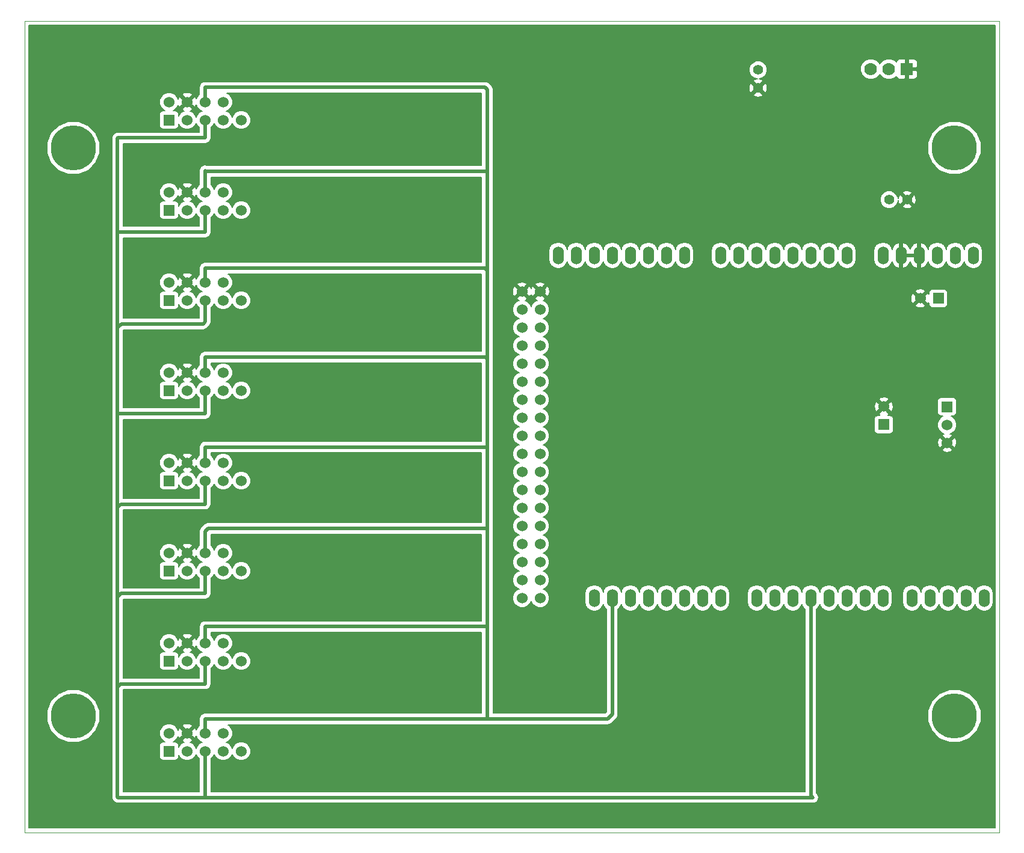
<source format=gbr>
G04 (created by PCBNEW (2013-07-07 BZR 4022)-stable) date 9/29/2015 7:05:24 PM*
%MOIN*%
G04 Gerber Fmt 3.4, Leading zero omitted, Abs format*
%FSLAX34Y34*%
G01*
G70*
G90*
G04 APERTURE LIST*
%ADD10C,0.00590551*%
%ADD11C,0.00393701*%
%ADD12C,0.25*%
%ADD13O,0.06X0.1*%
%ADD14C,0.06*%
%ADD15C,0.07*%
%ADD16R,0.07X0.07*%
%ADD17R,0.06X0.06*%
%ADD18C,0.055*%
%ADD19C,0.035*%
%ADD20C,0.02*%
%ADD21C,0.005*%
G04 APERTURE END LIST*
G54D10*
G54D11*
X40000Y-35000D02*
X43000Y-35000D01*
X40000Y-80000D02*
X40000Y-35000D01*
X94000Y-80000D02*
X40000Y-80000D01*
X94000Y-35000D02*
X94000Y-80000D01*
X42000Y-35000D02*
X94000Y-35000D01*
G54D12*
X42690Y-73548D03*
X91509Y-73548D03*
X91509Y-42051D03*
X42690Y-42051D03*
G54D13*
X78551Y-67007D03*
X77551Y-67007D03*
X76551Y-67007D03*
X75551Y-67007D03*
X74551Y-67007D03*
X73551Y-67007D03*
X72551Y-67007D03*
X71551Y-67007D03*
X69551Y-48007D03*
X70551Y-48007D03*
X71551Y-48007D03*
X72551Y-48007D03*
X76551Y-48007D03*
X78551Y-48007D03*
X79551Y-48007D03*
X75551Y-48007D03*
X74551Y-48007D03*
X73551Y-48007D03*
X80551Y-48007D03*
X81551Y-48007D03*
X82551Y-48007D03*
X85551Y-48007D03*
X84551Y-48007D03*
X83551Y-48007D03*
X87551Y-48007D03*
X88551Y-48007D03*
X89551Y-48007D03*
X91551Y-48007D03*
X92551Y-48007D03*
X80551Y-67007D03*
X81551Y-67007D03*
X82551Y-67007D03*
X83551Y-67007D03*
X84551Y-67007D03*
X85551Y-67007D03*
X86551Y-67007D03*
X87551Y-67007D03*
X89151Y-67007D03*
X90151Y-67007D03*
X91151Y-67007D03*
X92151Y-67007D03*
X93151Y-67007D03*
X90551Y-48007D03*
G54D14*
X68551Y-66007D03*
X67551Y-66007D03*
X68551Y-65007D03*
X67551Y-65007D03*
X68551Y-64007D03*
X67551Y-64007D03*
X68551Y-63007D03*
X67551Y-63007D03*
X68551Y-67007D03*
X67551Y-67007D03*
X67551Y-62007D03*
X68551Y-62007D03*
X68551Y-61007D03*
X67551Y-61007D03*
X68551Y-60007D03*
X67551Y-60007D03*
X68551Y-59007D03*
X67551Y-59007D03*
X68551Y-58007D03*
X67551Y-58007D03*
X68551Y-57007D03*
X67551Y-57007D03*
X68551Y-56007D03*
X67551Y-56007D03*
X68551Y-55007D03*
X67551Y-55007D03*
X68551Y-54007D03*
X67551Y-54007D03*
X68551Y-53007D03*
X67551Y-53007D03*
X68551Y-52007D03*
X67551Y-52007D03*
X68551Y-51007D03*
X67551Y-51007D03*
X68551Y-50007D03*
X67551Y-50007D03*
G54D15*
X86874Y-37677D03*
X87874Y-37677D03*
G54D16*
X88874Y-37677D03*
G54D17*
X48000Y-40500D03*
G54D14*
X48000Y-39500D03*
X49000Y-40500D03*
X49000Y-39500D03*
X50000Y-40500D03*
X50000Y-39500D03*
X51000Y-40500D03*
X51000Y-39500D03*
X52000Y-40500D03*
G54D17*
X48000Y-60500D03*
G54D14*
X48000Y-59500D03*
X49000Y-60500D03*
X49000Y-59500D03*
X50000Y-60500D03*
X50000Y-59500D03*
X51000Y-60500D03*
X51000Y-59500D03*
X52000Y-60500D03*
G54D17*
X48000Y-45500D03*
G54D14*
X48000Y-44500D03*
X49000Y-45500D03*
X49000Y-44500D03*
X50000Y-45500D03*
X50000Y-44500D03*
X51000Y-45500D03*
X51000Y-44500D03*
X52000Y-45500D03*
G54D17*
X48000Y-65500D03*
G54D14*
X48000Y-64500D03*
X49000Y-65500D03*
X49000Y-64500D03*
X50000Y-65500D03*
X50000Y-64500D03*
X51000Y-65500D03*
X51000Y-64500D03*
X52000Y-65500D03*
G54D17*
X48000Y-50500D03*
G54D14*
X48000Y-49500D03*
X49000Y-50500D03*
X49000Y-49500D03*
X50000Y-50500D03*
X50000Y-49500D03*
X51000Y-50500D03*
X51000Y-49500D03*
X52000Y-50500D03*
G54D17*
X48000Y-70500D03*
G54D14*
X48000Y-69500D03*
X49000Y-70500D03*
X49000Y-69500D03*
X50000Y-70500D03*
X50000Y-69500D03*
X51000Y-70500D03*
X51000Y-69500D03*
X52000Y-70500D03*
G54D17*
X48000Y-55500D03*
G54D14*
X48000Y-54500D03*
X49000Y-55500D03*
X49000Y-54500D03*
X50000Y-55500D03*
X50000Y-54500D03*
X51000Y-55500D03*
X51000Y-54500D03*
X52000Y-55500D03*
G54D17*
X48000Y-75500D03*
G54D14*
X48000Y-74500D03*
X49000Y-75500D03*
X49000Y-74500D03*
X50000Y-75500D03*
X50000Y-74500D03*
X51000Y-75500D03*
X51000Y-74500D03*
X52000Y-75500D03*
G54D17*
X91102Y-56401D03*
G54D14*
X91102Y-57401D03*
X91102Y-58401D03*
G54D17*
X87598Y-57389D03*
G54D14*
X87598Y-56389D03*
G54D17*
X90618Y-50393D03*
G54D14*
X89618Y-50393D03*
G54D18*
X88885Y-44921D03*
X87885Y-44921D03*
X80629Y-37728D03*
X80629Y-38728D03*
G54D19*
X46890Y-70670D03*
X46890Y-65630D03*
X46700Y-60720D03*
X46710Y-55920D03*
X46710Y-50660D03*
X46780Y-45640D03*
X46780Y-40520D03*
G54D20*
X47165Y-41494D02*
X45175Y-41494D01*
X47520Y-46710D02*
X45140Y-46710D01*
X45160Y-46740D02*
X45140Y-46740D01*
X45160Y-46730D02*
X45160Y-46740D01*
X45140Y-46710D02*
X45160Y-46730D01*
X47880Y-51811D02*
X45348Y-51811D01*
X45348Y-51811D02*
X45140Y-52020D01*
X47690Y-56780D02*
X45210Y-56780D01*
X45210Y-56780D02*
X45140Y-56850D01*
X47290Y-61800D02*
X45330Y-61800D01*
X45330Y-61800D02*
X45140Y-61990D01*
X47260Y-66760D02*
X45330Y-66760D01*
X45330Y-66760D02*
X45140Y-66950D01*
X47380Y-71770D02*
X45300Y-71770D01*
X45300Y-71770D02*
X45140Y-71930D01*
X45140Y-41530D02*
X45140Y-46740D01*
X45175Y-41494D02*
X45140Y-41530D01*
X45140Y-46740D02*
X45140Y-52020D01*
X45140Y-52020D02*
X45140Y-56850D01*
X45140Y-56850D02*
X45140Y-61990D01*
X45140Y-61990D02*
X45140Y-66950D01*
X45140Y-66950D02*
X45140Y-71930D01*
X45180Y-78070D02*
X47125Y-78070D01*
X45140Y-71930D02*
X45140Y-78030D01*
X45140Y-78030D02*
X45180Y-78070D01*
X50000Y-71770D02*
X47380Y-71770D01*
X50000Y-66760D02*
X47260Y-66760D01*
X50000Y-61800D02*
X47290Y-61800D01*
X50000Y-56780D02*
X47690Y-56780D01*
X50000Y-46710D02*
X47520Y-46710D01*
X50000Y-41490D02*
X47170Y-41490D01*
X50000Y-41490D02*
X50000Y-40500D01*
X47170Y-41490D02*
X47165Y-41494D01*
X50000Y-70500D02*
X50000Y-71770D01*
X50000Y-65500D02*
X50000Y-66760D01*
X50000Y-60500D02*
X50000Y-61800D01*
X50000Y-55500D02*
X50000Y-56780D01*
X50000Y-50500D02*
X50000Y-51692D01*
X49881Y-51811D02*
X47880Y-51811D01*
X50000Y-51692D02*
X49881Y-51811D01*
X50000Y-45500D02*
X50000Y-46710D01*
X50039Y-78070D02*
X47125Y-78070D01*
X50000Y-75500D02*
X50000Y-78031D01*
X83551Y-77960D02*
X83551Y-67007D01*
X83661Y-78070D02*
X83551Y-77960D01*
X50039Y-78070D02*
X83661Y-78070D01*
X50000Y-78031D02*
X50039Y-78070D01*
X50000Y-44500D02*
X50000Y-43320D01*
X50020Y-43340D02*
X65629Y-43340D01*
X50000Y-43320D02*
X50020Y-43340D01*
X65629Y-73464D02*
X65629Y-73720D01*
X65629Y-73720D02*
X65620Y-73720D01*
X50000Y-73720D02*
X65620Y-73720D01*
X65620Y-73720D02*
X72287Y-73720D01*
X72287Y-73720D02*
X72551Y-73456D01*
X50000Y-68590D02*
X65599Y-68590D01*
X65599Y-68590D02*
X65629Y-68559D01*
X50000Y-58630D02*
X65579Y-58630D01*
X65579Y-58630D02*
X65629Y-58579D01*
X50000Y-53640D02*
X65510Y-53640D01*
X65510Y-53640D02*
X65629Y-53759D01*
X50000Y-48720D02*
X65510Y-48720D01*
X65510Y-48720D02*
X65629Y-48839D01*
X50000Y-38690D02*
X65510Y-38690D01*
X65510Y-38690D02*
X65629Y-38809D01*
X50000Y-69500D02*
X50000Y-68590D01*
X50000Y-64500D02*
X50000Y-63307D01*
X50157Y-63149D02*
X65629Y-63149D01*
X50000Y-63307D02*
X50157Y-63149D01*
X50000Y-59500D02*
X50000Y-58630D01*
X50000Y-54500D02*
X50000Y-53640D01*
X50000Y-49500D02*
X50000Y-48720D01*
X65629Y-73464D02*
X65629Y-68559D01*
X65629Y-68559D02*
X65629Y-68110D01*
X65629Y-68110D02*
X65629Y-63149D01*
X65629Y-63149D02*
X65629Y-58579D01*
X65629Y-58579D02*
X65629Y-58070D01*
X65629Y-58070D02*
X65629Y-53759D01*
X65629Y-53759D02*
X65629Y-53110D01*
X65629Y-53110D02*
X65629Y-48839D01*
X65629Y-48839D02*
X65629Y-48031D01*
X65629Y-48031D02*
X65629Y-43340D01*
X65629Y-43340D02*
X65629Y-43307D01*
X65629Y-43307D02*
X65629Y-38809D01*
X50000Y-38690D02*
X50000Y-39500D01*
X50000Y-74500D02*
X50000Y-73720D01*
X72551Y-73456D02*
X72551Y-67007D01*
G54D10*
G36*
X65304Y-43015D02*
X50100Y-43015D01*
X50000Y-42995D01*
X49875Y-43019D01*
X49770Y-43090D01*
X49699Y-43195D01*
X49675Y-43320D01*
X49675Y-44082D01*
X49555Y-44202D01*
X49504Y-44324D01*
X49472Y-44249D01*
X49387Y-44218D01*
X49281Y-44324D01*
X49281Y-44112D01*
X49250Y-44027D01*
X49050Y-43967D01*
X48843Y-43988D01*
X48749Y-44027D01*
X48718Y-44112D01*
X49000Y-44393D01*
X49281Y-44112D01*
X49281Y-44324D01*
X49106Y-44500D01*
X49387Y-44781D01*
X49472Y-44750D01*
X49499Y-44662D01*
X49554Y-44797D01*
X49702Y-44944D01*
X49835Y-45000D01*
X49703Y-45054D01*
X49555Y-45202D01*
X49499Y-45335D01*
X49445Y-45203D01*
X49297Y-45055D01*
X49175Y-45004D01*
X49250Y-44972D01*
X49281Y-44887D01*
X49000Y-44606D01*
X48718Y-44887D01*
X48749Y-44972D01*
X48837Y-44999D01*
X48703Y-45054D01*
X48555Y-45202D01*
X48525Y-45274D01*
X48525Y-45155D01*
X48490Y-45072D01*
X48427Y-45009D01*
X48344Y-44975D01*
X48255Y-44974D01*
X48225Y-44974D01*
X48297Y-44945D01*
X48444Y-44797D01*
X48495Y-44675D01*
X48527Y-44750D01*
X48612Y-44781D01*
X48893Y-44500D01*
X48612Y-44218D01*
X48527Y-44249D01*
X48500Y-44337D01*
X48445Y-44203D01*
X48297Y-44055D01*
X48104Y-43975D01*
X47896Y-43974D01*
X47703Y-44054D01*
X47555Y-44202D01*
X47475Y-44395D01*
X47474Y-44603D01*
X47554Y-44797D01*
X47702Y-44944D01*
X47774Y-44974D01*
X47655Y-44974D01*
X47572Y-45009D01*
X47509Y-45072D01*
X47475Y-45155D01*
X47474Y-45244D01*
X47474Y-45844D01*
X47509Y-45927D01*
X47572Y-45990D01*
X47655Y-46024D01*
X47744Y-46025D01*
X48344Y-46025D01*
X48427Y-45990D01*
X48490Y-45927D01*
X48524Y-45844D01*
X48525Y-45755D01*
X48525Y-45725D01*
X48554Y-45797D01*
X48702Y-45944D01*
X48895Y-46024D01*
X49103Y-46025D01*
X49297Y-45945D01*
X49444Y-45797D01*
X49500Y-45664D01*
X49554Y-45797D01*
X49675Y-45917D01*
X49675Y-46385D01*
X47520Y-46385D01*
X45465Y-46385D01*
X45465Y-41819D01*
X47165Y-41819D01*
X47188Y-41815D01*
X47188Y-41815D01*
X50000Y-41815D01*
X50124Y-41790D01*
X50229Y-41719D01*
X50300Y-41614D01*
X50325Y-41490D01*
X50325Y-40917D01*
X50444Y-40797D01*
X50500Y-40664D01*
X50554Y-40797D01*
X50702Y-40944D01*
X50895Y-41024D01*
X51103Y-41025D01*
X51297Y-40945D01*
X51444Y-40797D01*
X51500Y-40664D01*
X51554Y-40797D01*
X51702Y-40944D01*
X51895Y-41024D01*
X52103Y-41025D01*
X52297Y-40945D01*
X52444Y-40797D01*
X52524Y-40604D01*
X52525Y-40396D01*
X52445Y-40203D01*
X52297Y-40055D01*
X52104Y-39975D01*
X51896Y-39974D01*
X51703Y-40054D01*
X51555Y-40202D01*
X51499Y-40335D01*
X51445Y-40203D01*
X51297Y-40055D01*
X51164Y-39999D01*
X51297Y-39945D01*
X51444Y-39797D01*
X51524Y-39604D01*
X51525Y-39396D01*
X51445Y-39203D01*
X51297Y-39055D01*
X51200Y-39015D01*
X65304Y-39015D01*
X65304Y-43015D01*
X65304Y-43015D01*
G37*
G54D21*
X65304Y-43015D02*
X50100Y-43015D01*
X50000Y-42995D01*
X49875Y-43019D01*
X49770Y-43090D01*
X49699Y-43195D01*
X49675Y-43320D01*
X49675Y-44082D01*
X49555Y-44202D01*
X49504Y-44324D01*
X49472Y-44249D01*
X49387Y-44218D01*
X49281Y-44324D01*
X49281Y-44112D01*
X49250Y-44027D01*
X49050Y-43967D01*
X48843Y-43988D01*
X48749Y-44027D01*
X48718Y-44112D01*
X49000Y-44393D01*
X49281Y-44112D01*
X49281Y-44324D01*
X49106Y-44500D01*
X49387Y-44781D01*
X49472Y-44750D01*
X49499Y-44662D01*
X49554Y-44797D01*
X49702Y-44944D01*
X49835Y-45000D01*
X49703Y-45054D01*
X49555Y-45202D01*
X49499Y-45335D01*
X49445Y-45203D01*
X49297Y-45055D01*
X49175Y-45004D01*
X49250Y-44972D01*
X49281Y-44887D01*
X49000Y-44606D01*
X48718Y-44887D01*
X48749Y-44972D01*
X48837Y-44999D01*
X48703Y-45054D01*
X48555Y-45202D01*
X48525Y-45274D01*
X48525Y-45155D01*
X48490Y-45072D01*
X48427Y-45009D01*
X48344Y-44975D01*
X48255Y-44974D01*
X48225Y-44974D01*
X48297Y-44945D01*
X48444Y-44797D01*
X48495Y-44675D01*
X48527Y-44750D01*
X48612Y-44781D01*
X48893Y-44500D01*
X48612Y-44218D01*
X48527Y-44249D01*
X48500Y-44337D01*
X48445Y-44203D01*
X48297Y-44055D01*
X48104Y-43975D01*
X47896Y-43974D01*
X47703Y-44054D01*
X47555Y-44202D01*
X47475Y-44395D01*
X47474Y-44603D01*
X47554Y-44797D01*
X47702Y-44944D01*
X47774Y-44974D01*
X47655Y-44974D01*
X47572Y-45009D01*
X47509Y-45072D01*
X47475Y-45155D01*
X47474Y-45244D01*
X47474Y-45844D01*
X47509Y-45927D01*
X47572Y-45990D01*
X47655Y-46024D01*
X47744Y-46025D01*
X48344Y-46025D01*
X48427Y-45990D01*
X48490Y-45927D01*
X48524Y-45844D01*
X48525Y-45755D01*
X48525Y-45725D01*
X48554Y-45797D01*
X48702Y-45944D01*
X48895Y-46024D01*
X49103Y-46025D01*
X49297Y-45945D01*
X49444Y-45797D01*
X49500Y-45664D01*
X49554Y-45797D01*
X49675Y-45917D01*
X49675Y-46385D01*
X47520Y-46385D01*
X45465Y-46385D01*
X45465Y-41819D01*
X47165Y-41819D01*
X47188Y-41815D01*
X47188Y-41815D01*
X50000Y-41815D01*
X50124Y-41790D01*
X50229Y-41719D01*
X50300Y-41614D01*
X50325Y-41490D01*
X50325Y-40917D01*
X50444Y-40797D01*
X50500Y-40664D01*
X50554Y-40797D01*
X50702Y-40944D01*
X50895Y-41024D01*
X51103Y-41025D01*
X51297Y-40945D01*
X51444Y-40797D01*
X51500Y-40664D01*
X51554Y-40797D01*
X51702Y-40944D01*
X51895Y-41024D01*
X52103Y-41025D01*
X52297Y-40945D01*
X52444Y-40797D01*
X52524Y-40604D01*
X52525Y-40396D01*
X52445Y-40203D01*
X52297Y-40055D01*
X52104Y-39975D01*
X51896Y-39974D01*
X51703Y-40054D01*
X51555Y-40202D01*
X51499Y-40335D01*
X51445Y-40203D01*
X51297Y-40055D01*
X51164Y-39999D01*
X51297Y-39945D01*
X51444Y-39797D01*
X51524Y-39604D01*
X51525Y-39396D01*
X51445Y-39203D01*
X51297Y-39055D01*
X51200Y-39015D01*
X65304Y-39015D01*
X65304Y-43015D01*
G54D10*
G36*
X65304Y-48395D02*
X50000Y-48395D01*
X49875Y-48419D01*
X49770Y-48490D01*
X49699Y-48595D01*
X49675Y-48720D01*
X49675Y-49082D01*
X49555Y-49202D01*
X49504Y-49324D01*
X49472Y-49249D01*
X49387Y-49218D01*
X49281Y-49324D01*
X49281Y-49112D01*
X49250Y-49027D01*
X49050Y-48967D01*
X48843Y-48988D01*
X48749Y-49027D01*
X48718Y-49112D01*
X49000Y-49393D01*
X49281Y-49112D01*
X49281Y-49324D01*
X49106Y-49500D01*
X49387Y-49781D01*
X49472Y-49750D01*
X49499Y-49662D01*
X49554Y-49797D01*
X49702Y-49944D01*
X49835Y-50000D01*
X49703Y-50054D01*
X49555Y-50202D01*
X49499Y-50335D01*
X49445Y-50203D01*
X49297Y-50055D01*
X49175Y-50004D01*
X49250Y-49972D01*
X49281Y-49887D01*
X49000Y-49606D01*
X48718Y-49887D01*
X48749Y-49972D01*
X48837Y-49999D01*
X48703Y-50054D01*
X48555Y-50202D01*
X48525Y-50274D01*
X48525Y-50155D01*
X48490Y-50072D01*
X48427Y-50009D01*
X48344Y-49975D01*
X48255Y-49974D01*
X48225Y-49974D01*
X48297Y-49945D01*
X48444Y-49797D01*
X48495Y-49675D01*
X48527Y-49750D01*
X48612Y-49781D01*
X48893Y-49500D01*
X48612Y-49218D01*
X48527Y-49249D01*
X48500Y-49337D01*
X48445Y-49203D01*
X48297Y-49055D01*
X48104Y-48975D01*
X47896Y-48974D01*
X47703Y-49054D01*
X47555Y-49202D01*
X47475Y-49395D01*
X47474Y-49603D01*
X47554Y-49797D01*
X47702Y-49944D01*
X47774Y-49974D01*
X47655Y-49974D01*
X47572Y-50009D01*
X47509Y-50072D01*
X47475Y-50155D01*
X47474Y-50244D01*
X47474Y-50844D01*
X47509Y-50927D01*
X47572Y-50990D01*
X47655Y-51024D01*
X47744Y-51025D01*
X48344Y-51025D01*
X48427Y-50990D01*
X48490Y-50927D01*
X48524Y-50844D01*
X48525Y-50755D01*
X48525Y-50725D01*
X48554Y-50797D01*
X48702Y-50944D01*
X48895Y-51024D01*
X49103Y-51025D01*
X49297Y-50945D01*
X49444Y-50797D01*
X49500Y-50664D01*
X49554Y-50797D01*
X49675Y-50917D01*
X49675Y-51486D01*
X47880Y-51486D01*
X45465Y-51486D01*
X45465Y-47035D01*
X47520Y-47035D01*
X50000Y-47035D01*
X50124Y-47010D01*
X50229Y-46939D01*
X50300Y-46834D01*
X50325Y-46710D01*
X50325Y-45917D01*
X50444Y-45797D01*
X50500Y-45664D01*
X50554Y-45797D01*
X50702Y-45944D01*
X50895Y-46024D01*
X51103Y-46025D01*
X51297Y-45945D01*
X51444Y-45797D01*
X51500Y-45664D01*
X51554Y-45797D01*
X51702Y-45944D01*
X51895Y-46024D01*
X52103Y-46025D01*
X52297Y-45945D01*
X52444Y-45797D01*
X52524Y-45604D01*
X52525Y-45396D01*
X52445Y-45203D01*
X52297Y-45055D01*
X52104Y-44975D01*
X51896Y-44974D01*
X51703Y-45054D01*
X51555Y-45202D01*
X51499Y-45335D01*
X51445Y-45203D01*
X51297Y-45055D01*
X51164Y-44999D01*
X51297Y-44945D01*
X51444Y-44797D01*
X51524Y-44604D01*
X51525Y-44396D01*
X51445Y-44203D01*
X51297Y-44055D01*
X51104Y-43975D01*
X50896Y-43974D01*
X50703Y-44054D01*
X50555Y-44202D01*
X50499Y-44335D01*
X50445Y-44203D01*
X50325Y-44082D01*
X50325Y-43665D01*
X65304Y-43665D01*
X65304Y-48031D01*
X65304Y-48395D01*
X65304Y-48395D01*
G37*
G54D21*
X65304Y-48395D02*
X50000Y-48395D01*
X49875Y-48419D01*
X49770Y-48490D01*
X49699Y-48595D01*
X49675Y-48720D01*
X49675Y-49082D01*
X49555Y-49202D01*
X49504Y-49324D01*
X49472Y-49249D01*
X49387Y-49218D01*
X49281Y-49324D01*
X49281Y-49112D01*
X49250Y-49027D01*
X49050Y-48967D01*
X48843Y-48988D01*
X48749Y-49027D01*
X48718Y-49112D01*
X49000Y-49393D01*
X49281Y-49112D01*
X49281Y-49324D01*
X49106Y-49500D01*
X49387Y-49781D01*
X49472Y-49750D01*
X49499Y-49662D01*
X49554Y-49797D01*
X49702Y-49944D01*
X49835Y-50000D01*
X49703Y-50054D01*
X49555Y-50202D01*
X49499Y-50335D01*
X49445Y-50203D01*
X49297Y-50055D01*
X49175Y-50004D01*
X49250Y-49972D01*
X49281Y-49887D01*
X49000Y-49606D01*
X48718Y-49887D01*
X48749Y-49972D01*
X48837Y-49999D01*
X48703Y-50054D01*
X48555Y-50202D01*
X48525Y-50274D01*
X48525Y-50155D01*
X48490Y-50072D01*
X48427Y-50009D01*
X48344Y-49975D01*
X48255Y-49974D01*
X48225Y-49974D01*
X48297Y-49945D01*
X48444Y-49797D01*
X48495Y-49675D01*
X48527Y-49750D01*
X48612Y-49781D01*
X48893Y-49500D01*
X48612Y-49218D01*
X48527Y-49249D01*
X48500Y-49337D01*
X48445Y-49203D01*
X48297Y-49055D01*
X48104Y-48975D01*
X47896Y-48974D01*
X47703Y-49054D01*
X47555Y-49202D01*
X47475Y-49395D01*
X47474Y-49603D01*
X47554Y-49797D01*
X47702Y-49944D01*
X47774Y-49974D01*
X47655Y-49974D01*
X47572Y-50009D01*
X47509Y-50072D01*
X47475Y-50155D01*
X47474Y-50244D01*
X47474Y-50844D01*
X47509Y-50927D01*
X47572Y-50990D01*
X47655Y-51024D01*
X47744Y-51025D01*
X48344Y-51025D01*
X48427Y-50990D01*
X48490Y-50927D01*
X48524Y-50844D01*
X48525Y-50755D01*
X48525Y-50725D01*
X48554Y-50797D01*
X48702Y-50944D01*
X48895Y-51024D01*
X49103Y-51025D01*
X49297Y-50945D01*
X49444Y-50797D01*
X49500Y-50664D01*
X49554Y-50797D01*
X49675Y-50917D01*
X49675Y-51486D01*
X47880Y-51486D01*
X45465Y-51486D01*
X45465Y-47035D01*
X47520Y-47035D01*
X50000Y-47035D01*
X50124Y-47010D01*
X50229Y-46939D01*
X50300Y-46834D01*
X50325Y-46710D01*
X50325Y-45917D01*
X50444Y-45797D01*
X50500Y-45664D01*
X50554Y-45797D01*
X50702Y-45944D01*
X50895Y-46024D01*
X51103Y-46025D01*
X51297Y-45945D01*
X51444Y-45797D01*
X51500Y-45664D01*
X51554Y-45797D01*
X51702Y-45944D01*
X51895Y-46024D01*
X52103Y-46025D01*
X52297Y-45945D01*
X52444Y-45797D01*
X52524Y-45604D01*
X52525Y-45396D01*
X52445Y-45203D01*
X52297Y-45055D01*
X52104Y-44975D01*
X51896Y-44974D01*
X51703Y-45054D01*
X51555Y-45202D01*
X51499Y-45335D01*
X51445Y-45203D01*
X51297Y-45055D01*
X51164Y-44999D01*
X51297Y-44945D01*
X51444Y-44797D01*
X51524Y-44604D01*
X51525Y-44396D01*
X51445Y-44203D01*
X51297Y-44055D01*
X51104Y-43975D01*
X50896Y-43974D01*
X50703Y-44054D01*
X50555Y-44202D01*
X50499Y-44335D01*
X50445Y-44203D01*
X50325Y-44082D01*
X50325Y-43665D01*
X65304Y-43665D01*
X65304Y-48031D01*
X65304Y-48395D01*
G54D10*
G36*
X65304Y-53315D02*
X50000Y-53315D01*
X49875Y-53339D01*
X49770Y-53410D01*
X49699Y-53515D01*
X49675Y-53640D01*
X49675Y-54082D01*
X49555Y-54202D01*
X49504Y-54324D01*
X49472Y-54249D01*
X49387Y-54218D01*
X49281Y-54324D01*
X49281Y-54112D01*
X49250Y-54027D01*
X49050Y-53967D01*
X48843Y-53988D01*
X48749Y-54027D01*
X48718Y-54112D01*
X49000Y-54393D01*
X49281Y-54112D01*
X49281Y-54324D01*
X49106Y-54500D01*
X49387Y-54781D01*
X49472Y-54750D01*
X49499Y-54662D01*
X49554Y-54797D01*
X49702Y-54944D01*
X49835Y-55000D01*
X49703Y-55054D01*
X49555Y-55202D01*
X49499Y-55335D01*
X49445Y-55203D01*
X49297Y-55055D01*
X49175Y-55004D01*
X49250Y-54972D01*
X49281Y-54887D01*
X49000Y-54606D01*
X48718Y-54887D01*
X48749Y-54972D01*
X48837Y-54999D01*
X48703Y-55054D01*
X48555Y-55202D01*
X48525Y-55274D01*
X48525Y-55155D01*
X48490Y-55072D01*
X48427Y-55009D01*
X48344Y-54975D01*
X48255Y-54974D01*
X48225Y-54974D01*
X48297Y-54945D01*
X48444Y-54797D01*
X48495Y-54675D01*
X48527Y-54750D01*
X48612Y-54781D01*
X48893Y-54500D01*
X48612Y-54218D01*
X48527Y-54249D01*
X48500Y-54337D01*
X48445Y-54203D01*
X48297Y-54055D01*
X48104Y-53975D01*
X47896Y-53974D01*
X47703Y-54054D01*
X47555Y-54202D01*
X47475Y-54395D01*
X47474Y-54603D01*
X47554Y-54797D01*
X47702Y-54944D01*
X47774Y-54974D01*
X47655Y-54974D01*
X47572Y-55009D01*
X47509Y-55072D01*
X47475Y-55155D01*
X47474Y-55244D01*
X47474Y-55844D01*
X47509Y-55927D01*
X47572Y-55990D01*
X47655Y-56024D01*
X47744Y-56025D01*
X48344Y-56025D01*
X48427Y-55990D01*
X48490Y-55927D01*
X48524Y-55844D01*
X48525Y-55755D01*
X48525Y-55725D01*
X48554Y-55797D01*
X48702Y-55944D01*
X48895Y-56024D01*
X49103Y-56025D01*
X49297Y-55945D01*
X49444Y-55797D01*
X49500Y-55664D01*
X49554Y-55797D01*
X49675Y-55917D01*
X49675Y-56455D01*
X47690Y-56455D01*
X45465Y-56455D01*
X45465Y-52154D01*
X45483Y-52136D01*
X47880Y-52136D01*
X49881Y-52136D01*
X50006Y-52111D01*
X50006Y-52111D01*
X50111Y-52040D01*
X50229Y-51922D01*
X50300Y-51817D01*
X50300Y-51817D01*
X50325Y-51692D01*
X50325Y-50917D01*
X50444Y-50797D01*
X50500Y-50664D01*
X50554Y-50797D01*
X50702Y-50944D01*
X50895Y-51024D01*
X51103Y-51025D01*
X51297Y-50945D01*
X51444Y-50797D01*
X51500Y-50664D01*
X51554Y-50797D01*
X51702Y-50944D01*
X51895Y-51024D01*
X52103Y-51025D01*
X52297Y-50945D01*
X52444Y-50797D01*
X52524Y-50604D01*
X52525Y-50396D01*
X52445Y-50203D01*
X52297Y-50055D01*
X52104Y-49975D01*
X51896Y-49974D01*
X51703Y-50054D01*
X51555Y-50202D01*
X51499Y-50335D01*
X51445Y-50203D01*
X51297Y-50055D01*
X51164Y-49999D01*
X51297Y-49945D01*
X51444Y-49797D01*
X51524Y-49604D01*
X51525Y-49396D01*
X51445Y-49203D01*
X51297Y-49055D01*
X51273Y-49045D01*
X65304Y-49045D01*
X65304Y-53110D01*
X65304Y-53315D01*
X65304Y-53315D01*
G37*
G54D21*
X65304Y-53315D02*
X50000Y-53315D01*
X49875Y-53339D01*
X49770Y-53410D01*
X49699Y-53515D01*
X49675Y-53640D01*
X49675Y-54082D01*
X49555Y-54202D01*
X49504Y-54324D01*
X49472Y-54249D01*
X49387Y-54218D01*
X49281Y-54324D01*
X49281Y-54112D01*
X49250Y-54027D01*
X49050Y-53967D01*
X48843Y-53988D01*
X48749Y-54027D01*
X48718Y-54112D01*
X49000Y-54393D01*
X49281Y-54112D01*
X49281Y-54324D01*
X49106Y-54500D01*
X49387Y-54781D01*
X49472Y-54750D01*
X49499Y-54662D01*
X49554Y-54797D01*
X49702Y-54944D01*
X49835Y-55000D01*
X49703Y-55054D01*
X49555Y-55202D01*
X49499Y-55335D01*
X49445Y-55203D01*
X49297Y-55055D01*
X49175Y-55004D01*
X49250Y-54972D01*
X49281Y-54887D01*
X49000Y-54606D01*
X48718Y-54887D01*
X48749Y-54972D01*
X48837Y-54999D01*
X48703Y-55054D01*
X48555Y-55202D01*
X48525Y-55274D01*
X48525Y-55155D01*
X48490Y-55072D01*
X48427Y-55009D01*
X48344Y-54975D01*
X48255Y-54974D01*
X48225Y-54974D01*
X48297Y-54945D01*
X48444Y-54797D01*
X48495Y-54675D01*
X48527Y-54750D01*
X48612Y-54781D01*
X48893Y-54500D01*
X48612Y-54218D01*
X48527Y-54249D01*
X48500Y-54337D01*
X48445Y-54203D01*
X48297Y-54055D01*
X48104Y-53975D01*
X47896Y-53974D01*
X47703Y-54054D01*
X47555Y-54202D01*
X47475Y-54395D01*
X47474Y-54603D01*
X47554Y-54797D01*
X47702Y-54944D01*
X47774Y-54974D01*
X47655Y-54974D01*
X47572Y-55009D01*
X47509Y-55072D01*
X47475Y-55155D01*
X47474Y-55244D01*
X47474Y-55844D01*
X47509Y-55927D01*
X47572Y-55990D01*
X47655Y-56024D01*
X47744Y-56025D01*
X48344Y-56025D01*
X48427Y-55990D01*
X48490Y-55927D01*
X48524Y-55844D01*
X48525Y-55755D01*
X48525Y-55725D01*
X48554Y-55797D01*
X48702Y-55944D01*
X48895Y-56024D01*
X49103Y-56025D01*
X49297Y-55945D01*
X49444Y-55797D01*
X49500Y-55664D01*
X49554Y-55797D01*
X49675Y-55917D01*
X49675Y-56455D01*
X47690Y-56455D01*
X45465Y-56455D01*
X45465Y-52154D01*
X45483Y-52136D01*
X47880Y-52136D01*
X49881Y-52136D01*
X50006Y-52111D01*
X50006Y-52111D01*
X50111Y-52040D01*
X50229Y-51922D01*
X50300Y-51817D01*
X50300Y-51817D01*
X50325Y-51692D01*
X50325Y-50917D01*
X50444Y-50797D01*
X50500Y-50664D01*
X50554Y-50797D01*
X50702Y-50944D01*
X50895Y-51024D01*
X51103Y-51025D01*
X51297Y-50945D01*
X51444Y-50797D01*
X51500Y-50664D01*
X51554Y-50797D01*
X51702Y-50944D01*
X51895Y-51024D01*
X52103Y-51025D01*
X52297Y-50945D01*
X52444Y-50797D01*
X52524Y-50604D01*
X52525Y-50396D01*
X52445Y-50203D01*
X52297Y-50055D01*
X52104Y-49975D01*
X51896Y-49974D01*
X51703Y-50054D01*
X51555Y-50202D01*
X51499Y-50335D01*
X51445Y-50203D01*
X51297Y-50055D01*
X51164Y-49999D01*
X51297Y-49945D01*
X51444Y-49797D01*
X51524Y-49604D01*
X51525Y-49396D01*
X51445Y-49203D01*
X51297Y-49055D01*
X51273Y-49045D01*
X65304Y-49045D01*
X65304Y-53110D01*
X65304Y-53315D01*
G54D10*
G36*
X65304Y-58305D02*
X50000Y-58305D01*
X49875Y-58329D01*
X49770Y-58400D01*
X49699Y-58505D01*
X49675Y-58630D01*
X49675Y-59082D01*
X49555Y-59202D01*
X49504Y-59324D01*
X49472Y-59249D01*
X49387Y-59218D01*
X49281Y-59324D01*
X49281Y-59112D01*
X49250Y-59027D01*
X49050Y-58967D01*
X48843Y-58988D01*
X48749Y-59027D01*
X48718Y-59112D01*
X49000Y-59393D01*
X49281Y-59112D01*
X49281Y-59324D01*
X49106Y-59500D01*
X49387Y-59781D01*
X49472Y-59750D01*
X49499Y-59662D01*
X49554Y-59797D01*
X49702Y-59944D01*
X49835Y-60000D01*
X49703Y-60054D01*
X49555Y-60202D01*
X49499Y-60335D01*
X49445Y-60203D01*
X49297Y-60055D01*
X49175Y-60004D01*
X49250Y-59972D01*
X49281Y-59887D01*
X49000Y-59606D01*
X48718Y-59887D01*
X48749Y-59972D01*
X48837Y-59999D01*
X48703Y-60054D01*
X48555Y-60202D01*
X48525Y-60274D01*
X48525Y-60155D01*
X48490Y-60072D01*
X48427Y-60009D01*
X48344Y-59975D01*
X48255Y-59974D01*
X48225Y-59974D01*
X48297Y-59945D01*
X48444Y-59797D01*
X48495Y-59675D01*
X48527Y-59750D01*
X48612Y-59781D01*
X48893Y-59500D01*
X48612Y-59218D01*
X48527Y-59249D01*
X48500Y-59337D01*
X48445Y-59203D01*
X48297Y-59055D01*
X48104Y-58975D01*
X47896Y-58974D01*
X47703Y-59054D01*
X47555Y-59202D01*
X47475Y-59395D01*
X47474Y-59603D01*
X47554Y-59797D01*
X47702Y-59944D01*
X47774Y-59974D01*
X47655Y-59974D01*
X47572Y-60009D01*
X47509Y-60072D01*
X47475Y-60155D01*
X47474Y-60244D01*
X47474Y-60844D01*
X47509Y-60927D01*
X47572Y-60990D01*
X47655Y-61024D01*
X47744Y-61025D01*
X48344Y-61025D01*
X48427Y-60990D01*
X48490Y-60927D01*
X48524Y-60844D01*
X48525Y-60755D01*
X48525Y-60725D01*
X48554Y-60797D01*
X48702Y-60944D01*
X48895Y-61024D01*
X49103Y-61025D01*
X49297Y-60945D01*
X49444Y-60797D01*
X49500Y-60664D01*
X49554Y-60797D01*
X49675Y-60917D01*
X49675Y-61475D01*
X47290Y-61475D01*
X45465Y-61475D01*
X45465Y-57105D01*
X47690Y-57105D01*
X50000Y-57105D01*
X50124Y-57080D01*
X50229Y-57009D01*
X50300Y-56904D01*
X50325Y-56780D01*
X50325Y-55917D01*
X50444Y-55797D01*
X50500Y-55664D01*
X50554Y-55797D01*
X50702Y-55944D01*
X50895Y-56024D01*
X51103Y-56025D01*
X51297Y-55945D01*
X51444Y-55797D01*
X51500Y-55664D01*
X51554Y-55797D01*
X51702Y-55944D01*
X51895Y-56024D01*
X52103Y-56025D01*
X52297Y-55945D01*
X52444Y-55797D01*
X52524Y-55604D01*
X52525Y-55396D01*
X52445Y-55203D01*
X52297Y-55055D01*
X52104Y-54975D01*
X51896Y-54974D01*
X51703Y-55054D01*
X51555Y-55202D01*
X51499Y-55335D01*
X51445Y-55203D01*
X51297Y-55055D01*
X51164Y-54999D01*
X51297Y-54945D01*
X51444Y-54797D01*
X51524Y-54604D01*
X51525Y-54396D01*
X51445Y-54203D01*
X51297Y-54055D01*
X51104Y-53975D01*
X50896Y-53974D01*
X50703Y-54054D01*
X50555Y-54202D01*
X50499Y-54335D01*
X50445Y-54203D01*
X50325Y-54082D01*
X50325Y-53965D01*
X65304Y-53965D01*
X65304Y-58070D01*
X65304Y-58305D01*
X65304Y-58305D01*
G37*
G54D21*
X65304Y-58305D02*
X50000Y-58305D01*
X49875Y-58329D01*
X49770Y-58400D01*
X49699Y-58505D01*
X49675Y-58630D01*
X49675Y-59082D01*
X49555Y-59202D01*
X49504Y-59324D01*
X49472Y-59249D01*
X49387Y-59218D01*
X49281Y-59324D01*
X49281Y-59112D01*
X49250Y-59027D01*
X49050Y-58967D01*
X48843Y-58988D01*
X48749Y-59027D01*
X48718Y-59112D01*
X49000Y-59393D01*
X49281Y-59112D01*
X49281Y-59324D01*
X49106Y-59500D01*
X49387Y-59781D01*
X49472Y-59750D01*
X49499Y-59662D01*
X49554Y-59797D01*
X49702Y-59944D01*
X49835Y-60000D01*
X49703Y-60054D01*
X49555Y-60202D01*
X49499Y-60335D01*
X49445Y-60203D01*
X49297Y-60055D01*
X49175Y-60004D01*
X49250Y-59972D01*
X49281Y-59887D01*
X49000Y-59606D01*
X48718Y-59887D01*
X48749Y-59972D01*
X48837Y-59999D01*
X48703Y-60054D01*
X48555Y-60202D01*
X48525Y-60274D01*
X48525Y-60155D01*
X48490Y-60072D01*
X48427Y-60009D01*
X48344Y-59975D01*
X48255Y-59974D01*
X48225Y-59974D01*
X48297Y-59945D01*
X48444Y-59797D01*
X48495Y-59675D01*
X48527Y-59750D01*
X48612Y-59781D01*
X48893Y-59500D01*
X48612Y-59218D01*
X48527Y-59249D01*
X48500Y-59337D01*
X48445Y-59203D01*
X48297Y-59055D01*
X48104Y-58975D01*
X47896Y-58974D01*
X47703Y-59054D01*
X47555Y-59202D01*
X47475Y-59395D01*
X47474Y-59603D01*
X47554Y-59797D01*
X47702Y-59944D01*
X47774Y-59974D01*
X47655Y-59974D01*
X47572Y-60009D01*
X47509Y-60072D01*
X47475Y-60155D01*
X47474Y-60244D01*
X47474Y-60844D01*
X47509Y-60927D01*
X47572Y-60990D01*
X47655Y-61024D01*
X47744Y-61025D01*
X48344Y-61025D01*
X48427Y-60990D01*
X48490Y-60927D01*
X48524Y-60844D01*
X48525Y-60755D01*
X48525Y-60725D01*
X48554Y-60797D01*
X48702Y-60944D01*
X48895Y-61024D01*
X49103Y-61025D01*
X49297Y-60945D01*
X49444Y-60797D01*
X49500Y-60664D01*
X49554Y-60797D01*
X49675Y-60917D01*
X49675Y-61475D01*
X47290Y-61475D01*
X45465Y-61475D01*
X45465Y-57105D01*
X47690Y-57105D01*
X50000Y-57105D01*
X50124Y-57080D01*
X50229Y-57009D01*
X50300Y-56904D01*
X50325Y-56780D01*
X50325Y-55917D01*
X50444Y-55797D01*
X50500Y-55664D01*
X50554Y-55797D01*
X50702Y-55944D01*
X50895Y-56024D01*
X51103Y-56025D01*
X51297Y-55945D01*
X51444Y-55797D01*
X51500Y-55664D01*
X51554Y-55797D01*
X51702Y-55944D01*
X51895Y-56024D01*
X52103Y-56025D01*
X52297Y-55945D01*
X52444Y-55797D01*
X52524Y-55604D01*
X52525Y-55396D01*
X52445Y-55203D01*
X52297Y-55055D01*
X52104Y-54975D01*
X51896Y-54974D01*
X51703Y-55054D01*
X51555Y-55202D01*
X51499Y-55335D01*
X51445Y-55203D01*
X51297Y-55055D01*
X51164Y-54999D01*
X51297Y-54945D01*
X51444Y-54797D01*
X51524Y-54604D01*
X51525Y-54396D01*
X51445Y-54203D01*
X51297Y-54055D01*
X51104Y-53975D01*
X50896Y-53974D01*
X50703Y-54054D01*
X50555Y-54202D01*
X50499Y-54335D01*
X50445Y-54203D01*
X50325Y-54082D01*
X50325Y-53965D01*
X65304Y-53965D01*
X65304Y-58070D01*
X65304Y-58305D01*
G54D10*
G36*
X65304Y-62824D02*
X50157Y-62824D01*
X50033Y-62849D01*
X49927Y-62919D01*
X49927Y-62919D01*
X49770Y-63077D01*
X49699Y-63182D01*
X49675Y-63307D01*
X49675Y-64082D01*
X49555Y-64202D01*
X49504Y-64324D01*
X49472Y-64249D01*
X49387Y-64218D01*
X49281Y-64324D01*
X49281Y-64112D01*
X49250Y-64027D01*
X49050Y-63967D01*
X48843Y-63988D01*
X48749Y-64027D01*
X48718Y-64112D01*
X49000Y-64393D01*
X49281Y-64112D01*
X49281Y-64324D01*
X49106Y-64500D01*
X49387Y-64781D01*
X49472Y-64750D01*
X49499Y-64662D01*
X49554Y-64797D01*
X49702Y-64944D01*
X49835Y-65000D01*
X49703Y-65054D01*
X49555Y-65202D01*
X49499Y-65335D01*
X49445Y-65203D01*
X49297Y-65055D01*
X49175Y-65004D01*
X49250Y-64972D01*
X49281Y-64887D01*
X49000Y-64606D01*
X48718Y-64887D01*
X48749Y-64972D01*
X48837Y-64999D01*
X48703Y-65054D01*
X48555Y-65202D01*
X48525Y-65274D01*
X48525Y-65155D01*
X48490Y-65072D01*
X48427Y-65009D01*
X48344Y-64975D01*
X48255Y-64974D01*
X48225Y-64974D01*
X48297Y-64945D01*
X48444Y-64797D01*
X48495Y-64675D01*
X48527Y-64750D01*
X48612Y-64781D01*
X48893Y-64500D01*
X48612Y-64218D01*
X48527Y-64249D01*
X48500Y-64337D01*
X48445Y-64203D01*
X48297Y-64055D01*
X48104Y-63975D01*
X47896Y-63974D01*
X47703Y-64054D01*
X47555Y-64202D01*
X47475Y-64395D01*
X47474Y-64603D01*
X47554Y-64797D01*
X47702Y-64944D01*
X47774Y-64974D01*
X47655Y-64974D01*
X47572Y-65009D01*
X47509Y-65072D01*
X47475Y-65155D01*
X47474Y-65244D01*
X47474Y-65844D01*
X47509Y-65927D01*
X47572Y-65990D01*
X47655Y-66024D01*
X47744Y-66025D01*
X48344Y-66025D01*
X48427Y-65990D01*
X48490Y-65927D01*
X48524Y-65844D01*
X48525Y-65755D01*
X48525Y-65725D01*
X48554Y-65797D01*
X48702Y-65944D01*
X48895Y-66024D01*
X49103Y-66025D01*
X49297Y-65945D01*
X49444Y-65797D01*
X49500Y-65664D01*
X49554Y-65797D01*
X49675Y-65917D01*
X49675Y-66435D01*
X47260Y-66435D01*
X45465Y-66435D01*
X45465Y-62125D01*
X47290Y-62125D01*
X50000Y-62125D01*
X50124Y-62100D01*
X50229Y-62029D01*
X50300Y-61924D01*
X50325Y-61800D01*
X50325Y-60917D01*
X50444Y-60797D01*
X50500Y-60664D01*
X50554Y-60797D01*
X50702Y-60944D01*
X50895Y-61024D01*
X51103Y-61025D01*
X51297Y-60945D01*
X51444Y-60797D01*
X51500Y-60664D01*
X51554Y-60797D01*
X51702Y-60944D01*
X51895Y-61024D01*
X52103Y-61025D01*
X52297Y-60945D01*
X52444Y-60797D01*
X52524Y-60604D01*
X52525Y-60396D01*
X52445Y-60203D01*
X52297Y-60055D01*
X52104Y-59975D01*
X51896Y-59974D01*
X51703Y-60054D01*
X51555Y-60202D01*
X51499Y-60335D01*
X51445Y-60203D01*
X51297Y-60055D01*
X51164Y-59999D01*
X51297Y-59945D01*
X51444Y-59797D01*
X51524Y-59604D01*
X51525Y-59396D01*
X51445Y-59203D01*
X51297Y-59055D01*
X51104Y-58975D01*
X50896Y-58974D01*
X50703Y-59054D01*
X50555Y-59202D01*
X50499Y-59335D01*
X50445Y-59203D01*
X50325Y-59082D01*
X50325Y-58955D01*
X65304Y-58955D01*
X65304Y-62824D01*
X65304Y-62824D01*
G37*
G54D21*
X65304Y-62824D02*
X50157Y-62824D01*
X50033Y-62849D01*
X49927Y-62919D01*
X49927Y-62919D01*
X49770Y-63077D01*
X49699Y-63182D01*
X49675Y-63307D01*
X49675Y-64082D01*
X49555Y-64202D01*
X49504Y-64324D01*
X49472Y-64249D01*
X49387Y-64218D01*
X49281Y-64324D01*
X49281Y-64112D01*
X49250Y-64027D01*
X49050Y-63967D01*
X48843Y-63988D01*
X48749Y-64027D01*
X48718Y-64112D01*
X49000Y-64393D01*
X49281Y-64112D01*
X49281Y-64324D01*
X49106Y-64500D01*
X49387Y-64781D01*
X49472Y-64750D01*
X49499Y-64662D01*
X49554Y-64797D01*
X49702Y-64944D01*
X49835Y-65000D01*
X49703Y-65054D01*
X49555Y-65202D01*
X49499Y-65335D01*
X49445Y-65203D01*
X49297Y-65055D01*
X49175Y-65004D01*
X49250Y-64972D01*
X49281Y-64887D01*
X49000Y-64606D01*
X48718Y-64887D01*
X48749Y-64972D01*
X48837Y-64999D01*
X48703Y-65054D01*
X48555Y-65202D01*
X48525Y-65274D01*
X48525Y-65155D01*
X48490Y-65072D01*
X48427Y-65009D01*
X48344Y-64975D01*
X48255Y-64974D01*
X48225Y-64974D01*
X48297Y-64945D01*
X48444Y-64797D01*
X48495Y-64675D01*
X48527Y-64750D01*
X48612Y-64781D01*
X48893Y-64500D01*
X48612Y-64218D01*
X48527Y-64249D01*
X48500Y-64337D01*
X48445Y-64203D01*
X48297Y-64055D01*
X48104Y-63975D01*
X47896Y-63974D01*
X47703Y-64054D01*
X47555Y-64202D01*
X47475Y-64395D01*
X47474Y-64603D01*
X47554Y-64797D01*
X47702Y-64944D01*
X47774Y-64974D01*
X47655Y-64974D01*
X47572Y-65009D01*
X47509Y-65072D01*
X47475Y-65155D01*
X47474Y-65244D01*
X47474Y-65844D01*
X47509Y-65927D01*
X47572Y-65990D01*
X47655Y-66024D01*
X47744Y-66025D01*
X48344Y-66025D01*
X48427Y-65990D01*
X48490Y-65927D01*
X48524Y-65844D01*
X48525Y-65755D01*
X48525Y-65725D01*
X48554Y-65797D01*
X48702Y-65944D01*
X48895Y-66024D01*
X49103Y-66025D01*
X49297Y-65945D01*
X49444Y-65797D01*
X49500Y-65664D01*
X49554Y-65797D01*
X49675Y-65917D01*
X49675Y-66435D01*
X47260Y-66435D01*
X45465Y-66435D01*
X45465Y-62125D01*
X47290Y-62125D01*
X50000Y-62125D01*
X50124Y-62100D01*
X50229Y-62029D01*
X50300Y-61924D01*
X50325Y-61800D01*
X50325Y-60917D01*
X50444Y-60797D01*
X50500Y-60664D01*
X50554Y-60797D01*
X50702Y-60944D01*
X50895Y-61024D01*
X51103Y-61025D01*
X51297Y-60945D01*
X51444Y-60797D01*
X51500Y-60664D01*
X51554Y-60797D01*
X51702Y-60944D01*
X51895Y-61024D01*
X52103Y-61025D01*
X52297Y-60945D01*
X52444Y-60797D01*
X52524Y-60604D01*
X52525Y-60396D01*
X52445Y-60203D01*
X52297Y-60055D01*
X52104Y-59975D01*
X51896Y-59974D01*
X51703Y-60054D01*
X51555Y-60202D01*
X51499Y-60335D01*
X51445Y-60203D01*
X51297Y-60055D01*
X51164Y-59999D01*
X51297Y-59945D01*
X51444Y-59797D01*
X51524Y-59604D01*
X51525Y-59396D01*
X51445Y-59203D01*
X51297Y-59055D01*
X51104Y-58975D01*
X50896Y-58974D01*
X50703Y-59054D01*
X50555Y-59202D01*
X50499Y-59335D01*
X50445Y-59203D01*
X50325Y-59082D01*
X50325Y-58955D01*
X65304Y-58955D01*
X65304Y-62824D01*
G54D10*
G36*
X65304Y-68265D02*
X50000Y-68265D01*
X49875Y-68289D01*
X49770Y-68360D01*
X49699Y-68465D01*
X49675Y-68590D01*
X49675Y-69082D01*
X49555Y-69202D01*
X49504Y-69324D01*
X49472Y-69249D01*
X49387Y-69218D01*
X49281Y-69324D01*
X49281Y-69112D01*
X49250Y-69027D01*
X49050Y-68967D01*
X48843Y-68988D01*
X48749Y-69027D01*
X48718Y-69112D01*
X49000Y-69393D01*
X49281Y-69112D01*
X49281Y-69324D01*
X49106Y-69500D01*
X49387Y-69781D01*
X49472Y-69750D01*
X49499Y-69662D01*
X49554Y-69797D01*
X49702Y-69944D01*
X49835Y-70000D01*
X49703Y-70054D01*
X49555Y-70202D01*
X49499Y-70335D01*
X49445Y-70203D01*
X49297Y-70055D01*
X49175Y-70004D01*
X49250Y-69972D01*
X49281Y-69887D01*
X49000Y-69606D01*
X48718Y-69887D01*
X48749Y-69972D01*
X48837Y-69999D01*
X48703Y-70054D01*
X48555Y-70202D01*
X48525Y-70274D01*
X48525Y-70155D01*
X48490Y-70072D01*
X48427Y-70009D01*
X48344Y-69975D01*
X48255Y-69974D01*
X48225Y-69974D01*
X48297Y-69945D01*
X48444Y-69797D01*
X48495Y-69675D01*
X48527Y-69750D01*
X48612Y-69781D01*
X48893Y-69500D01*
X48612Y-69218D01*
X48527Y-69249D01*
X48500Y-69337D01*
X48445Y-69203D01*
X48297Y-69055D01*
X48104Y-68975D01*
X47896Y-68974D01*
X47703Y-69054D01*
X47555Y-69202D01*
X47475Y-69395D01*
X47474Y-69603D01*
X47554Y-69797D01*
X47702Y-69944D01*
X47774Y-69974D01*
X47655Y-69974D01*
X47572Y-70009D01*
X47509Y-70072D01*
X47475Y-70155D01*
X47474Y-70244D01*
X47474Y-70844D01*
X47509Y-70927D01*
X47572Y-70990D01*
X47655Y-71024D01*
X47744Y-71025D01*
X48344Y-71025D01*
X48427Y-70990D01*
X48490Y-70927D01*
X48524Y-70844D01*
X48525Y-70755D01*
X48525Y-70725D01*
X48554Y-70797D01*
X48702Y-70944D01*
X48895Y-71024D01*
X49103Y-71025D01*
X49297Y-70945D01*
X49444Y-70797D01*
X49500Y-70664D01*
X49554Y-70797D01*
X49675Y-70917D01*
X49675Y-71445D01*
X47380Y-71445D01*
X45465Y-71445D01*
X45465Y-67085D01*
X47260Y-67085D01*
X50000Y-67085D01*
X50124Y-67060D01*
X50229Y-66989D01*
X50300Y-66884D01*
X50325Y-66760D01*
X50325Y-65917D01*
X50444Y-65797D01*
X50500Y-65664D01*
X50554Y-65797D01*
X50702Y-65944D01*
X50895Y-66024D01*
X51103Y-66025D01*
X51297Y-65945D01*
X51444Y-65797D01*
X51500Y-65664D01*
X51554Y-65797D01*
X51702Y-65944D01*
X51895Y-66024D01*
X52103Y-66025D01*
X52297Y-65945D01*
X52444Y-65797D01*
X52524Y-65604D01*
X52525Y-65396D01*
X52445Y-65203D01*
X52297Y-65055D01*
X52104Y-64975D01*
X51896Y-64974D01*
X51703Y-65054D01*
X51555Y-65202D01*
X51499Y-65335D01*
X51445Y-65203D01*
X51297Y-65055D01*
X51164Y-64999D01*
X51297Y-64945D01*
X51444Y-64797D01*
X51524Y-64604D01*
X51525Y-64396D01*
X51445Y-64203D01*
X51297Y-64055D01*
X51104Y-63975D01*
X50896Y-63974D01*
X50703Y-64054D01*
X50555Y-64202D01*
X50499Y-64335D01*
X50445Y-64203D01*
X50325Y-64082D01*
X50325Y-63474D01*
X65304Y-63474D01*
X65304Y-68110D01*
X65304Y-68265D01*
X65304Y-68265D01*
G37*
G54D21*
X65304Y-68265D02*
X50000Y-68265D01*
X49875Y-68289D01*
X49770Y-68360D01*
X49699Y-68465D01*
X49675Y-68590D01*
X49675Y-69082D01*
X49555Y-69202D01*
X49504Y-69324D01*
X49472Y-69249D01*
X49387Y-69218D01*
X49281Y-69324D01*
X49281Y-69112D01*
X49250Y-69027D01*
X49050Y-68967D01*
X48843Y-68988D01*
X48749Y-69027D01*
X48718Y-69112D01*
X49000Y-69393D01*
X49281Y-69112D01*
X49281Y-69324D01*
X49106Y-69500D01*
X49387Y-69781D01*
X49472Y-69750D01*
X49499Y-69662D01*
X49554Y-69797D01*
X49702Y-69944D01*
X49835Y-70000D01*
X49703Y-70054D01*
X49555Y-70202D01*
X49499Y-70335D01*
X49445Y-70203D01*
X49297Y-70055D01*
X49175Y-70004D01*
X49250Y-69972D01*
X49281Y-69887D01*
X49000Y-69606D01*
X48718Y-69887D01*
X48749Y-69972D01*
X48837Y-69999D01*
X48703Y-70054D01*
X48555Y-70202D01*
X48525Y-70274D01*
X48525Y-70155D01*
X48490Y-70072D01*
X48427Y-70009D01*
X48344Y-69975D01*
X48255Y-69974D01*
X48225Y-69974D01*
X48297Y-69945D01*
X48444Y-69797D01*
X48495Y-69675D01*
X48527Y-69750D01*
X48612Y-69781D01*
X48893Y-69500D01*
X48612Y-69218D01*
X48527Y-69249D01*
X48500Y-69337D01*
X48445Y-69203D01*
X48297Y-69055D01*
X48104Y-68975D01*
X47896Y-68974D01*
X47703Y-69054D01*
X47555Y-69202D01*
X47475Y-69395D01*
X47474Y-69603D01*
X47554Y-69797D01*
X47702Y-69944D01*
X47774Y-69974D01*
X47655Y-69974D01*
X47572Y-70009D01*
X47509Y-70072D01*
X47475Y-70155D01*
X47474Y-70244D01*
X47474Y-70844D01*
X47509Y-70927D01*
X47572Y-70990D01*
X47655Y-71024D01*
X47744Y-71025D01*
X48344Y-71025D01*
X48427Y-70990D01*
X48490Y-70927D01*
X48524Y-70844D01*
X48525Y-70755D01*
X48525Y-70725D01*
X48554Y-70797D01*
X48702Y-70944D01*
X48895Y-71024D01*
X49103Y-71025D01*
X49297Y-70945D01*
X49444Y-70797D01*
X49500Y-70664D01*
X49554Y-70797D01*
X49675Y-70917D01*
X49675Y-71445D01*
X47380Y-71445D01*
X45465Y-71445D01*
X45465Y-67085D01*
X47260Y-67085D01*
X50000Y-67085D01*
X50124Y-67060D01*
X50229Y-66989D01*
X50300Y-66884D01*
X50325Y-66760D01*
X50325Y-65917D01*
X50444Y-65797D01*
X50500Y-65664D01*
X50554Y-65797D01*
X50702Y-65944D01*
X50895Y-66024D01*
X51103Y-66025D01*
X51297Y-65945D01*
X51444Y-65797D01*
X51500Y-65664D01*
X51554Y-65797D01*
X51702Y-65944D01*
X51895Y-66024D01*
X52103Y-66025D01*
X52297Y-65945D01*
X52444Y-65797D01*
X52524Y-65604D01*
X52525Y-65396D01*
X52445Y-65203D01*
X52297Y-65055D01*
X52104Y-64975D01*
X51896Y-64974D01*
X51703Y-65054D01*
X51555Y-65202D01*
X51499Y-65335D01*
X51445Y-65203D01*
X51297Y-65055D01*
X51164Y-64999D01*
X51297Y-64945D01*
X51444Y-64797D01*
X51524Y-64604D01*
X51525Y-64396D01*
X51445Y-64203D01*
X51297Y-64055D01*
X51104Y-63975D01*
X50896Y-63974D01*
X50703Y-64054D01*
X50555Y-64202D01*
X50499Y-64335D01*
X50445Y-64203D01*
X50325Y-64082D01*
X50325Y-63474D01*
X65304Y-63474D01*
X65304Y-68110D01*
X65304Y-68265D01*
G54D10*
G36*
X65304Y-73395D02*
X50000Y-73395D01*
X49875Y-73419D01*
X49770Y-73490D01*
X49699Y-73595D01*
X49675Y-73720D01*
X49675Y-74082D01*
X49555Y-74202D01*
X49504Y-74324D01*
X49472Y-74249D01*
X49387Y-74218D01*
X49281Y-74324D01*
X49281Y-74112D01*
X49250Y-74027D01*
X49050Y-73967D01*
X48843Y-73988D01*
X48749Y-74027D01*
X48718Y-74112D01*
X49000Y-74393D01*
X49281Y-74112D01*
X49281Y-74324D01*
X49106Y-74500D01*
X49387Y-74781D01*
X49472Y-74750D01*
X49499Y-74662D01*
X49554Y-74797D01*
X49702Y-74944D01*
X49835Y-75000D01*
X49703Y-75054D01*
X49555Y-75202D01*
X49499Y-75335D01*
X49445Y-75203D01*
X49297Y-75055D01*
X49175Y-75004D01*
X49250Y-74972D01*
X49281Y-74887D01*
X49000Y-74606D01*
X48718Y-74887D01*
X48749Y-74972D01*
X48837Y-74999D01*
X48703Y-75054D01*
X48555Y-75202D01*
X48525Y-75274D01*
X48525Y-75155D01*
X48490Y-75072D01*
X48427Y-75009D01*
X48344Y-74975D01*
X48255Y-74974D01*
X48225Y-74974D01*
X48297Y-74945D01*
X48444Y-74797D01*
X48495Y-74675D01*
X48527Y-74750D01*
X48612Y-74781D01*
X48893Y-74500D01*
X48612Y-74218D01*
X48527Y-74249D01*
X48500Y-74337D01*
X48445Y-74203D01*
X48297Y-74055D01*
X48104Y-73975D01*
X47896Y-73974D01*
X47703Y-74054D01*
X47555Y-74202D01*
X47475Y-74395D01*
X47474Y-74603D01*
X47554Y-74797D01*
X47702Y-74944D01*
X47774Y-74974D01*
X47655Y-74974D01*
X47572Y-75009D01*
X47509Y-75072D01*
X47475Y-75155D01*
X47474Y-75244D01*
X47474Y-75844D01*
X47509Y-75927D01*
X47572Y-75990D01*
X47655Y-76024D01*
X47744Y-76025D01*
X48344Y-76025D01*
X48427Y-75990D01*
X48490Y-75927D01*
X48524Y-75844D01*
X48525Y-75755D01*
X48525Y-75725D01*
X48554Y-75797D01*
X48702Y-75944D01*
X48895Y-76024D01*
X49103Y-76025D01*
X49297Y-75945D01*
X49444Y-75797D01*
X49500Y-75664D01*
X49554Y-75797D01*
X49675Y-75917D01*
X49675Y-77745D01*
X47125Y-77745D01*
X45465Y-77745D01*
X45465Y-72095D01*
X47380Y-72095D01*
X50000Y-72095D01*
X50124Y-72070D01*
X50229Y-71999D01*
X50300Y-71894D01*
X50325Y-71770D01*
X50325Y-70917D01*
X50444Y-70797D01*
X50500Y-70664D01*
X50554Y-70797D01*
X50702Y-70944D01*
X50895Y-71024D01*
X51103Y-71025D01*
X51297Y-70945D01*
X51444Y-70797D01*
X51500Y-70664D01*
X51554Y-70797D01*
X51702Y-70944D01*
X51895Y-71024D01*
X52103Y-71025D01*
X52297Y-70945D01*
X52444Y-70797D01*
X52524Y-70604D01*
X52525Y-70396D01*
X52445Y-70203D01*
X52297Y-70055D01*
X52104Y-69975D01*
X51896Y-69974D01*
X51703Y-70054D01*
X51555Y-70202D01*
X51499Y-70335D01*
X51445Y-70203D01*
X51297Y-70055D01*
X51164Y-69999D01*
X51297Y-69945D01*
X51444Y-69797D01*
X51524Y-69604D01*
X51525Y-69396D01*
X51445Y-69203D01*
X51297Y-69055D01*
X51104Y-68975D01*
X50896Y-68974D01*
X50703Y-69054D01*
X50555Y-69202D01*
X50499Y-69335D01*
X50445Y-69203D01*
X50325Y-69082D01*
X50325Y-68915D01*
X65304Y-68915D01*
X65304Y-73395D01*
X65304Y-73395D01*
G37*
G54D21*
X65304Y-73395D02*
X50000Y-73395D01*
X49875Y-73419D01*
X49770Y-73490D01*
X49699Y-73595D01*
X49675Y-73720D01*
X49675Y-74082D01*
X49555Y-74202D01*
X49504Y-74324D01*
X49472Y-74249D01*
X49387Y-74218D01*
X49281Y-74324D01*
X49281Y-74112D01*
X49250Y-74027D01*
X49050Y-73967D01*
X48843Y-73988D01*
X48749Y-74027D01*
X48718Y-74112D01*
X49000Y-74393D01*
X49281Y-74112D01*
X49281Y-74324D01*
X49106Y-74500D01*
X49387Y-74781D01*
X49472Y-74750D01*
X49499Y-74662D01*
X49554Y-74797D01*
X49702Y-74944D01*
X49835Y-75000D01*
X49703Y-75054D01*
X49555Y-75202D01*
X49499Y-75335D01*
X49445Y-75203D01*
X49297Y-75055D01*
X49175Y-75004D01*
X49250Y-74972D01*
X49281Y-74887D01*
X49000Y-74606D01*
X48718Y-74887D01*
X48749Y-74972D01*
X48837Y-74999D01*
X48703Y-75054D01*
X48555Y-75202D01*
X48525Y-75274D01*
X48525Y-75155D01*
X48490Y-75072D01*
X48427Y-75009D01*
X48344Y-74975D01*
X48255Y-74974D01*
X48225Y-74974D01*
X48297Y-74945D01*
X48444Y-74797D01*
X48495Y-74675D01*
X48527Y-74750D01*
X48612Y-74781D01*
X48893Y-74500D01*
X48612Y-74218D01*
X48527Y-74249D01*
X48500Y-74337D01*
X48445Y-74203D01*
X48297Y-74055D01*
X48104Y-73975D01*
X47896Y-73974D01*
X47703Y-74054D01*
X47555Y-74202D01*
X47475Y-74395D01*
X47474Y-74603D01*
X47554Y-74797D01*
X47702Y-74944D01*
X47774Y-74974D01*
X47655Y-74974D01*
X47572Y-75009D01*
X47509Y-75072D01*
X47475Y-75155D01*
X47474Y-75244D01*
X47474Y-75844D01*
X47509Y-75927D01*
X47572Y-75990D01*
X47655Y-76024D01*
X47744Y-76025D01*
X48344Y-76025D01*
X48427Y-75990D01*
X48490Y-75927D01*
X48524Y-75844D01*
X48525Y-75755D01*
X48525Y-75725D01*
X48554Y-75797D01*
X48702Y-75944D01*
X48895Y-76024D01*
X49103Y-76025D01*
X49297Y-75945D01*
X49444Y-75797D01*
X49500Y-75664D01*
X49554Y-75797D01*
X49675Y-75917D01*
X49675Y-77745D01*
X47125Y-77745D01*
X45465Y-77745D01*
X45465Y-72095D01*
X47380Y-72095D01*
X50000Y-72095D01*
X50124Y-72070D01*
X50229Y-71999D01*
X50300Y-71894D01*
X50325Y-71770D01*
X50325Y-70917D01*
X50444Y-70797D01*
X50500Y-70664D01*
X50554Y-70797D01*
X50702Y-70944D01*
X50895Y-71024D01*
X51103Y-71025D01*
X51297Y-70945D01*
X51444Y-70797D01*
X51500Y-70664D01*
X51554Y-70797D01*
X51702Y-70944D01*
X51895Y-71024D01*
X52103Y-71025D01*
X52297Y-70945D01*
X52444Y-70797D01*
X52524Y-70604D01*
X52525Y-70396D01*
X52445Y-70203D01*
X52297Y-70055D01*
X52104Y-69975D01*
X51896Y-69974D01*
X51703Y-70054D01*
X51555Y-70202D01*
X51499Y-70335D01*
X51445Y-70203D01*
X51297Y-70055D01*
X51164Y-69999D01*
X51297Y-69945D01*
X51444Y-69797D01*
X51524Y-69604D01*
X51525Y-69396D01*
X51445Y-69203D01*
X51297Y-69055D01*
X51104Y-68975D01*
X50896Y-68974D01*
X50703Y-69054D01*
X50555Y-69202D01*
X50499Y-69335D01*
X50445Y-69203D01*
X50325Y-69082D01*
X50325Y-68915D01*
X65304Y-68915D01*
X65304Y-73395D01*
G54D10*
G36*
X93758Y-79758D02*
X93676Y-79758D01*
X93676Y-67222D01*
X93676Y-66793D01*
X93636Y-66592D01*
X93522Y-66422D01*
X93352Y-66308D01*
X93151Y-66268D01*
X93076Y-66283D01*
X93076Y-48222D01*
X93076Y-47793D01*
X93036Y-47592D01*
X92984Y-47515D01*
X92984Y-41759D01*
X92760Y-41217D01*
X92346Y-40802D01*
X91804Y-40577D01*
X91217Y-40576D01*
X90675Y-40800D01*
X90259Y-41215D01*
X90034Y-41757D01*
X90034Y-42344D01*
X90258Y-42886D01*
X90672Y-43301D01*
X91214Y-43526D01*
X91801Y-43527D01*
X92343Y-43303D01*
X92759Y-42888D01*
X92984Y-42346D01*
X92984Y-41759D01*
X92984Y-47515D01*
X92922Y-47422D01*
X92752Y-47308D01*
X92551Y-47268D01*
X92350Y-47308D01*
X92179Y-47422D01*
X92066Y-47592D01*
X92051Y-47667D01*
X92036Y-47592D01*
X91922Y-47422D01*
X91752Y-47308D01*
X91551Y-47268D01*
X91350Y-47308D01*
X91179Y-47422D01*
X91066Y-47592D01*
X91051Y-47667D01*
X91036Y-47592D01*
X90922Y-47422D01*
X90752Y-47308D01*
X90551Y-47268D01*
X90350Y-47308D01*
X90179Y-47422D01*
X90066Y-47592D01*
X90051Y-47664D01*
X90007Y-47537D01*
X89869Y-47383D01*
X89706Y-47306D01*
X89626Y-47345D01*
X89626Y-47932D01*
X89634Y-47932D01*
X89634Y-48082D01*
X89626Y-48082D01*
X89626Y-48670D01*
X89706Y-48709D01*
X89869Y-48632D01*
X90007Y-48478D01*
X90051Y-48351D01*
X90066Y-48422D01*
X90179Y-48593D01*
X90350Y-48707D01*
X90551Y-48747D01*
X90752Y-48707D01*
X90922Y-48593D01*
X91036Y-48422D01*
X91051Y-48347D01*
X91066Y-48422D01*
X91179Y-48593D01*
X91350Y-48707D01*
X91551Y-48747D01*
X91752Y-48707D01*
X91922Y-48593D01*
X92036Y-48422D01*
X92051Y-48347D01*
X92066Y-48422D01*
X92179Y-48593D01*
X92350Y-48707D01*
X92551Y-48747D01*
X92752Y-48707D01*
X92922Y-48593D01*
X93036Y-48422D01*
X93076Y-48222D01*
X93076Y-66283D01*
X92950Y-66308D01*
X92779Y-66422D01*
X92666Y-66592D01*
X92651Y-66667D01*
X92636Y-66592D01*
X92522Y-66422D01*
X92352Y-66308D01*
X92151Y-66268D01*
X91950Y-66308D01*
X91779Y-66422D01*
X91666Y-66592D01*
X91651Y-66667D01*
X91636Y-66592D01*
X91635Y-66591D01*
X91635Y-58452D01*
X91627Y-58375D01*
X91627Y-57297D01*
X91547Y-57104D01*
X91400Y-56956D01*
X91327Y-56926D01*
X91446Y-56926D01*
X91529Y-56892D01*
X91592Y-56829D01*
X91627Y-56746D01*
X91627Y-56657D01*
X91627Y-56057D01*
X91593Y-55974D01*
X91529Y-55910D01*
X91447Y-55876D01*
X91357Y-55876D01*
X91143Y-55876D01*
X91143Y-50649D01*
X91143Y-50049D01*
X91108Y-49966D01*
X91045Y-49903D01*
X90963Y-49868D01*
X90873Y-49868D01*
X90273Y-49868D01*
X90190Y-49902D01*
X90127Y-49966D01*
X90093Y-50048D01*
X90093Y-50138D01*
X90093Y-50147D01*
X90090Y-50142D01*
X90005Y-50112D01*
X89899Y-50218D01*
X89899Y-50006D01*
X89868Y-49920D01*
X89668Y-49860D01*
X89476Y-49880D01*
X89476Y-48670D01*
X89476Y-48082D01*
X89476Y-47932D01*
X89476Y-47345D01*
X89449Y-47332D01*
X89449Y-38071D01*
X89449Y-37282D01*
X89414Y-37199D01*
X89351Y-37136D01*
X89268Y-37102D01*
X89179Y-37102D01*
X89005Y-37102D01*
X88949Y-37158D01*
X88949Y-37602D01*
X89392Y-37602D01*
X89449Y-37545D01*
X89449Y-37282D01*
X89449Y-38071D01*
X89449Y-37808D01*
X89392Y-37752D01*
X88949Y-37752D01*
X88949Y-38195D01*
X89005Y-38252D01*
X89179Y-38252D01*
X89268Y-38252D01*
X89351Y-38217D01*
X89414Y-38154D01*
X89449Y-38071D01*
X89449Y-47332D01*
X89395Y-47306D01*
X89393Y-47307D01*
X89393Y-44966D01*
X89372Y-44768D01*
X89337Y-44685D01*
X89255Y-44658D01*
X89149Y-44764D01*
X89149Y-44551D01*
X89121Y-44469D01*
X88930Y-44413D01*
X88799Y-44427D01*
X88799Y-38195D01*
X88799Y-37752D01*
X88791Y-37752D01*
X88791Y-37602D01*
X88799Y-37602D01*
X88799Y-37158D01*
X88742Y-37102D01*
X88568Y-37102D01*
X88479Y-37102D01*
X88396Y-37136D01*
X88333Y-37199D01*
X88298Y-37282D01*
X88298Y-37288D01*
X88200Y-37189D01*
X87988Y-37102D01*
X87760Y-37102D01*
X87548Y-37189D01*
X87386Y-37351D01*
X87374Y-37381D01*
X87361Y-37351D01*
X87200Y-37189D01*
X86988Y-37102D01*
X86760Y-37102D01*
X86548Y-37189D01*
X86386Y-37351D01*
X86299Y-37562D01*
X86298Y-37791D01*
X86386Y-38002D01*
X86547Y-38164D01*
X86759Y-38252D01*
X86987Y-38252D01*
X87199Y-38164D01*
X87361Y-38003D01*
X87373Y-37972D01*
X87386Y-38002D01*
X87547Y-38164D01*
X87759Y-38252D01*
X87987Y-38252D01*
X88199Y-38164D01*
X88298Y-38065D01*
X88298Y-38071D01*
X88333Y-38154D01*
X88396Y-38217D01*
X88479Y-38252D01*
X88568Y-38252D01*
X88742Y-38252D01*
X88799Y-38195D01*
X88799Y-44427D01*
X88732Y-44434D01*
X88650Y-44469D01*
X88622Y-44551D01*
X88885Y-44815D01*
X89149Y-44551D01*
X89149Y-44764D01*
X88991Y-44921D01*
X89255Y-45184D01*
X89337Y-45156D01*
X89393Y-44966D01*
X89393Y-47307D01*
X89232Y-47383D01*
X89149Y-47477D01*
X89149Y-45290D01*
X88885Y-45027D01*
X88779Y-45133D01*
X88779Y-44921D01*
X88516Y-44658D01*
X88433Y-44685D01*
X88385Y-44849D01*
X88385Y-44822D01*
X88309Y-44638D01*
X88169Y-44497D01*
X87985Y-44421D01*
X87786Y-44421D01*
X87602Y-44497D01*
X87462Y-44637D01*
X87385Y-44821D01*
X87385Y-45020D01*
X87461Y-45204D01*
X87602Y-45344D01*
X87785Y-45421D01*
X87984Y-45421D01*
X88168Y-45345D01*
X88309Y-45204D01*
X88385Y-45021D01*
X88385Y-44948D01*
X88399Y-45074D01*
X88433Y-45156D01*
X88516Y-45184D01*
X88779Y-44921D01*
X88779Y-45133D01*
X88622Y-45290D01*
X88650Y-45373D01*
X88841Y-45429D01*
X89038Y-45407D01*
X89121Y-45373D01*
X89149Y-45290D01*
X89149Y-47477D01*
X89094Y-47537D01*
X89051Y-47661D01*
X89007Y-47537D01*
X88869Y-47383D01*
X88706Y-47306D01*
X88626Y-47345D01*
X88626Y-47932D01*
X89026Y-47932D01*
X89076Y-47932D01*
X89476Y-47932D01*
X89476Y-48082D01*
X89076Y-48082D01*
X89026Y-48082D01*
X88626Y-48082D01*
X88626Y-48670D01*
X88706Y-48709D01*
X88869Y-48632D01*
X89007Y-48478D01*
X89051Y-48353D01*
X89094Y-48478D01*
X89232Y-48632D01*
X89395Y-48709D01*
X89476Y-48670D01*
X89476Y-49880D01*
X89461Y-49881D01*
X89367Y-49920D01*
X89336Y-50006D01*
X89618Y-50287D01*
X89899Y-50006D01*
X89899Y-50218D01*
X89724Y-50393D01*
X90005Y-50675D01*
X90090Y-50644D01*
X90093Y-50637D01*
X90093Y-50738D01*
X90127Y-50820D01*
X90190Y-50884D01*
X90273Y-50918D01*
X90362Y-50918D01*
X90962Y-50918D01*
X91045Y-50884D01*
X91108Y-50821D01*
X91143Y-50738D01*
X91143Y-50649D01*
X91143Y-55876D01*
X90757Y-55876D01*
X90675Y-55910D01*
X90611Y-55973D01*
X90577Y-56056D01*
X90577Y-56146D01*
X90577Y-56746D01*
X90611Y-56828D01*
X90674Y-56892D01*
X90757Y-56926D01*
X90846Y-56926D01*
X90877Y-56926D01*
X90805Y-56956D01*
X90657Y-57103D01*
X90577Y-57296D01*
X90577Y-57505D01*
X90657Y-57698D01*
X90804Y-57846D01*
X90927Y-57897D01*
X90851Y-57928D01*
X90820Y-58013D01*
X91102Y-58295D01*
X91383Y-58013D01*
X91353Y-57928D01*
X91265Y-57902D01*
X91399Y-57846D01*
X91547Y-57699D01*
X91627Y-57506D01*
X91627Y-57297D01*
X91627Y-58375D01*
X91614Y-58244D01*
X91575Y-58150D01*
X91489Y-58120D01*
X91208Y-58401D01*
X91489Y-58683D01*
X91575Y-58652D01*
X91635Y-58452D01*
X91635Y-66591D01*
X91522Y-66422D01*
X91383Y-66329D01*
X91383Y-58789D01*
X91102Y-58507D01*
X90996Y-58613D01*
X90996Y-58401D01*
X90714Y-58120D01*
X90629Y-58150D01*
X90569Y-58350D01*
X90590Y-58558D01*
X90629Y-58652D01*
X90714Y-58683D01*
X90996Y-58401D01*
X90996Y-58613D01*
X90820Y-58789D01*
X90851Y-58874D01*
X91051Y-58934D01*
X91259Y-58913D01*
X91353Y-58874D01*
X91383Y-58789D01*
X91383Y-66329D01*
X91352Y-66308D01*
X91151Y-66268D01*
X90950Y-66308D01*
X90779Y-66422D01*
X90666Y-66592D01*
X90651Y-66667D01*
X90636Y-66592D01*
X90522Y-66422D01*
X90352Y-66308D01*
X90151Y-66268D01*
X89950Y-66308D01*
X89899Y-66342D01*
X89899Y-50781D01*
X89618Y-50499D01*
X89512Y-50605D01*
X89512Y-50393D01*
X89230Y-50112D01*
X89145Y-50142D01*
X89085Y-50342D01*
X89106Y-50550D01*
X89145Y-50644D01*
X89230Y-50675D01*
X89512Y-50393D01*
X89512Y-50605D01*
X89336Y-50781D01*
X89367Y-50866D01*
X89567Y-50926D01*
X89775Y-50905D01*
X89868Y-50866D01*
X89899Y-50781D01*
X89899Y-66342D01*
X89779Y-66422D01*
X89666Y-66592D01*
X89651Y-66667D01*
X89636Y-66592D01*
X89522Y-66422D01*
X89352Y-66308D01*
X89151Y-66268D01*
X88950Y-66308D01*
X88779Y-66422D01*
X88666Y-66592D01*
X88626Y-66793D01*
X88626Y-67222D01*
X88666Y-67422D01*
X88779Y-67593D01*
X88950Y-67707D01*
X89151Y-67747D01*
X89352Y-67707D01*
X89522Y-67593D01*
X89636Y-67422D01*
X89651Y-67347D01*
X89666Y-67422D01*
X89779Y-67593D01*
X89950Y-67707D01*
X90151Y-67747D01*
X90352Y-67707D01*
X90522Y-67593D01*
X90636Y-67422D01*
X90651Y-67347D01*
X90666Y-67422D01*
X90779Y-67593D01*
X90950Y-67707D01*
X91151Y-67747D01*
X91352Y-67707D01*
X91522Y-67593D01*
X91636Y-67422D01*
X91651Y-67347D01*
X91666Y-67422D01*
X91779Y-67593D01*
X91950Y-67707D01*
X92151Y-67747D01*
X92352Y-67707D01*
X92522Y-67593D01*
X92636Y-67422D01*
X92651Y-67347D01*
X92666Y-67422D01*
X92779Y-67593D01*
X92950Y-67707D01*
X93151Y-67747D01*
X93352Y-67707D01*
X93522Y-67593D01*
X93636Y-67422D01*
X93676Y-67222D01*
X93676Y-79758D01*
X92984Y-79758D01*
X92984Y-73255D01*
X92760Y-72713D01*
X92346Y-72298D01*
X91804Y-72073D01*
X91217Y-72072D01*
X90675Y-72296D01*
X90259Y-72711D01*
X90034Y-73253D01*
X90034Y-73840D01*
X90258Y-74382D01*
X90672Y-74797D01*
X91214Y-75022D01*
X91801Y-75023D01*
X92343Y-74799D01*
X92759Y-74384D01*
X92984Y-73842D01*
X92984Y-73255D01*
X92984Y-79758D01*
X88476Y-79758D01*
X88476Y-48670D01*
X88476Y-48082D01*
X88468Y-48082D01*
X88468Y-47932D01*
X88476Y-47932D01*
X88476Y-47345D01*
X88395Y-47306D01*
X88232Y-47383D01*
X88094Y-47537D01*
X88050Y-47664D01*
X88036Y-47592D01*
X87922Y-47422D01*
X87752Y-47308D01*
X87551Y-47268D01*
X87350Y-47308D01*
X87179Y-47422D01*
X87066Y-47592D01*
X87026Y-47793D01*
X87026Y-48222D01*
X87066Y-48422D01*
X87179Y-48593D01*
X87350Y-48707D01*
X87551Y-48747D01*
X87752Y-48707D01*
X87922Y-48593D01*
X88036Y-48422D01*
X88050Y-48351D01*
X88094Y-48478D01*
X88232Y-48632D01*
X88395Y-48709D01*
X88476Y-48670D01*
X88476Y-79758D01*
X88131Y-79758D01*
X88131Y-56440D01*
X88110Y-56232D01*
X88071Y-56138D01*
X87986Y-56108D01*
X87879Y-56214D01*
X87879Y-56002D01*
X87849Y-55916D01*
X87649Y-55856D01*
X87441Y-55878D01*
X87347Y-55916D01*
X87316Y-56002D01*
X87598Y-56283D01*
X87879Y-56002D01*
X87879Y-56214D01*
X87704Y-56389D01*
X87986Y-56671D01*
X88071Y-56640D01*
X88131Y-56440D01*
X88131Y-79758D01*
X88123Y-79758D01*
X88123Y-57645D01*
X88123Y-57045D01*
X88089Y-56962D01*
X88026Y-56899D01*
X87943Y-56864D01*
X87853Y-56864D01*
X87844Y-56864D01*
X87849Y-56862D01*
X87879Y-56777D01*
X87598Y-56495D01*
X87492Y-56601D01*
X87492Y-56389D01*
X87210Y-56108D01*
X87125Y-56138D01*
X87065Y-56338D01*
X87086Y-56546D01*
X87125Y-56640D01*
X87210Y-56671D01*
X87492Y-56389D01*
X87492Y-56601D01*
X87316Y-56777D01*
X87347Y-56862D01*
X87354Y-56864D01*
X87253Y-56864D01*
X87171Y-56898D01*
X87107Y-56962D01*
X87073Y-57044D01*
X87073Y-57134D01*
X87073Y-57734D01*
X87107Y-57817D01*
X87170Y-57880D01*
X87253Y-57914D01*
X87342Y-57914D01*
X87942Y-57914D01*
X88025Y-57880D01*
X88089Y-57817D01*
X88123Y-57734D01*
X88123Y-57645D01*
X88123Y-79758D01*
X88076Y-79758D01*
X88076Y-67222D01*
X88076Y-66793D01*
X88036Y-66592D01*
X87922Y-66422D01*
X87752Y-66308D01*
X87551Y-66268D01*
X87350Y-66308D01*
X87179Y-66422D01*
X87066Y-66592D01*
X87051Y-66667D01*
X87036Y-66592D01*
X86922Y-66422D01*
X86752Y-66308D01*
X86551Y-66268D01*
X86350Y-66308D01*
X86179Y-66422D01*
X86076Y-66577D01*
X86076Y-48222D01*
X86076Y-47793D01*
X86036Y-47592D01*
X85922Y-47422D01*
X85752Y-47308D01*
X85551Y-47268D01*
X85350Y-47308D01*
X85179Y-47422D01*
X85066Y-47592D01*
X85051Y-47667D01*
X85036Y-47592D01*
X84922Y-47422D01*
X84752Y-47308D01*
X84551Y-47268D01*
X84350Y-47308D01*
X84179Y-47422D01*
X84066Y-47592D01*
X84051Y-47667D01*
X84036Y-47592D01*
X83922Y-47422D01*
X83752Y-47308D01*
X83551Y-47268D01*
X83350Y-47308D01*
X83179Y-47422D01*
X83066Y-47592D01*
X83051Y-47667D01*
X83036Y-47592D01*
X82922Y-47422D01*
X82752Y-47308D01*
X82551Y-47268D01*
X82350Y-47308D01*
X82179Y-47422D01*
X82066Y-47592D01*
X82051Y-47667D01*
X82036Y-47592D01*
X81922Y-47422D01*
X81752Y-47308D01*
X81551Y-47268D01*
X81350Y-47308D01*
X81179Y-47422D01*
X81137Y-47485D01*
X81137Y-38773D01*
X81130Y-38702D01*
X81130Y-37629D01*
X81054Y-37445D01*
X80913Y-37304D01*
X80729Y-37228D01*
X80530Y-37228D01*
X80347Y-37304D01*
X80206Y-37444D01*
X80130Y-37628D01*
X80129Y-37827D01*
X80205Y-38011D01*
X80346Y-38151D01*
X80530Y-38228D01*
X80603Y-38228D01*
X80476Y-38242D01*
X80394Y-38276D01*
X80366Y-38359D01*
X80629Y-38622D01*
X80893Y-38359D01*
X80865Y-38276D01*
X80701Y-38228D01*
X80728Y-38228D01*
X80912Y-38152D01*
X81053Y-38011D01*
X81129Y-37828D01*
X81130Y-37629D01*
X81130Y-38702D01*
X81116Y-38575D01*
X81081Y-38492D01*
X80999Y-38465D01*
X80735Y-38728D01*
X80999Y-38991D01*
X81081Y-38964D01*
X81137Y-38773D01*
X81137Y-47485D01*
X81066Y-47592D01*
X81051Y-47667D01*
X81036Y-47592D01*
X80922Y-47422D01*
X80893Y-47402D01*
X80893Y-39097D01*
X80629Y-38834D01*
X80523Y-38940D01*
X80523Y-38728D01*
X80260Y-38465D01*
X80177Y-38492D01*
X80122Y-38683D01*
X80143Y-38881D01*
X80177Y-38964D01*
X80260Y-38991D01*
X80523Y-38728D01*
X80523Y-38940D01*
X80366Y-39097D01*
X80394Y-39180D01*
X80585Y-39236D01*
X80782Y-39214D01*
X80865Y-39180D01*
X80893Y-39097D01*
X80893Y-47402D01*
X80752Y-47308D01*
X80551Y-47268D01*
X80350Y-47308D01*
X80179Y-47422D01*
X80066Y-47592D01*
X80051Y-47667D01*
X80036Y-47592D01*
X79922Y-47422D01*
X79752Y-47308D01*
X79551Y-47268D01*
X79350Y-47308D01*
X79179Y-47422D01*
X79066Y-47592D01*
X79051Y-47667D01*
X79036Y-47592D01*
X78922Y-47422D01*
X78752Y-47308D01*
X78551Y-47268D01*
X78350Y-47308D01*
X78179Y-47422D01*
X78066Y-47592D01*
X78026Y-47793D01*
X78026Y-48222D01*
X78066Y-48422D01*
X78179Y-48593D01*
X78350Y-48707D01*
X78551Y-48747D01*
X78752Y-48707D01*
X78922Y-48593D01*
X79036Y-48422D01*
X79051Y-48347D01*
X79066Y-48422D01*
X79179Y-48593D01*
X79350Y-48707D01*
X79551Y-48747D01*
X79752Y-48707D01*
X79922Y-48593D01*
X80036Y-48422D01*
X80051Y-48347D01*
X80066Y-48422D01*
X80179Y-48593D01*
X80350Y-48707D01*
X80551Y-48747D01*
X80752Y-48707D01*
X80922Y-48593D01*
X81036Y-48422D01*
X81051Y-48347D01*
X81066Y-48422D01*
X81179Y-48593D01*
X81350Y-48707D01*
X81551Y-48747D01*
X81752Y-48707D01*
X81922Y-48593D01*
X82036Y-48422D01*
X82051Y-48347D01*
X82066Y-48422D01*
X82179Y-48593D01*
X82350Y-48707D01*
X82551Y-48747D01*
X82752Y-48707D01*
X82922Y-48593D01*
X83036Y-48422D01*
X83051Y-48347D01*
X83066Y-48422D01*
X83179Y-48593D01*
X83350Y-48707D01*
X83551Y-48747D01*
X83752Y-48707D01*
X83922Y-48593D01*
X84036Y-48422D01*
X84051Y-48347D01*
X84066Y-48422D01*
X84179Y-48593D01*
X84350Y-48707D01*
X84551Y-48747D01*
X84752Y-48707D01*
X84922Y-48593D01*
X85036Y-48422D01*
X85051Y-48347D01*
X85066Y-48422D01*
X85179Y-48593D01*
X85350Y-48707D01*
X85551Y-48747D01*
X85752Y-48707D01*
X85922Y-48593D01*
X86036Y-48422D01*
X86076Y-48222D01*
X86076Y-66577D01*
X86066Y-66592D01*
X86051Y-66667D01*
X86036Y-66592D01*
X85922Y-66422D01*
X85752Y-66308D01*
X85551Y-66268D01*
X85350Y-66308D01*
X85179Y-66422D01*
X85066Y-66592D01*
X85051Y-66667D01*
X85036Y-66592D01*
X84922Y-66422D01*
X84752Y-66308D01*
X84551Y-66268D01*
X84350Y-66308D01*
X84179Y-66422D01*
X84066Y-66592D01*
X84051Y-66667D01*
X84036Y-66592D01*
X83922Y-66422D01*
X83752Y-66308D01*
X83551Y-66268D01*
X83350Y-66308D01*
X83179Y-66422D01*
X83066Y-66592D01*
X83051Y-66667D01*
X83036Y-66592D01*
X82922Y-66422D01*
X82752Y-66308D01*
X82551Y-66268D01*
X82350Y-66308D01*
X82179Y-66422D01*
X82066Y-66592D01*
X82051Y-66667D01*
X82036Y-66592D01*
X81922Y-66422D01*
X81752Y-66308D01*
X81551Y-66268D01*
X81350Y-66308D01*
X81179Y-66422D01*
X81066Y-66592D01*
X81051Y-66667D01*
X81036Y-66592D01*
X80922Y-66422D01*
X80752Y-66308D01*
X80551Y-66268D01*
X80350Y-66308D01*
X80179Y-66422D01*
X80066Y-66592D01*
X80026Y-66793D01*
X80026Y-67222D01*
X80066Y-67422D01*
X80179Y-67593D01*
X80350Y-67707D01*
X80551Y-67747D01*
X80752Y-67707D01*
X80922Y-67593D01*
X81036Y-67422D01*
X81051Y-67347D01*
X81066Y-67422D01*
X81179Y-67593D01*
X81350Y-67707D01*
X81551Y-67747D01*
X81752Y-67707D01*
X81922Y-67593D01*
X82036Y-67422D01*
X82051Y-67347D01*
X82066Y-67422D01*
X82179Y-67593D01*
X82350Y-67707D01*
X82551Y-67747D01*
X82752Y-67707D01*
X82922Y-67593D01*
X83036Y-67422D01*
X83051Y-67347D01*
X83066Y-67422D01*
X83179Y-67593D01*
X83226Y-67624D01*
X83226Y-77745D01*
X50325Y-77745D01*
X50325Y-75917D01*
X50444Y-75797D01*
X50500Y-75664D01*
X50554Y-75797D01*
X50702Y-75944D01*
X50895Y-76024D01*
X51103Y-76025D01*
X51297Y-75945D01*
X51444Y-75797D01*
X51500Y-75664D01*
X51554Y-75797D01*
X51702Y-75944D01*
X51895Y-76024D01*
X52103Y-76025D01*
X52297Y-75945D01*
X52444Y-75797D01*
X52524Y-75604D01*
X52525Y-75396D01*
X52445Y-75203D01*
X52297Y-75055D01*
X52104Y-74975D01*
X51896Y-74974D01*
X51703Y-75054D01*
X51555Y-75202D01*
X51499Y-75335D01*
X51445Y-75203D01*
X51297Y-75055D01*
X51164Y-74999D01*
X51297Y-74945D01*
X51444Y-74797D01*
X51524Y-74604D01*
X51525Y-74396D01*
X51445Y-74203D01*
X51297Y-74055D01*
X51273Y-74045D01*
X65620Y-74045D01*
X65629Y-74045D01*
X72287Y-74045D01*
X72412Y-74020D01*
X72412Y-74020D01*
X72517Y-73949D01*
X72780Y-73686D01*
X72851Y-73581D01*
X72851Y-73581D01*
X72876Y-73456D01*
X72876Y-67624D01*
X72922Y-67593D01*
X73036Y-67422D01*
X73051Y-67347D01*
X73066Y-67422D01*
X73179Y-67593D01*
X73350Y-67707D01*
X73551Y-67747D01*
X73752Y-67707D01*
X73922Y-67593D01*
X74036Y-67422D01*
X74051Y-67347D01*
X74066Y-67422D01*
X74179Y-67593D01*
X74350Y-67707D01*
X74551Y-67747D01*
X74752Y-67707D01*
X74922Y-67593D01*
X75036Y-67422D01*
X75051Y-67347D01*
X75066Y-67422D01*
X75179Y-67593D01*
X75350Y-67707D01*
X75551Y-67747D01*
X75752Y-67707D01*
X75922Y-67593D01*
X76036Y-67422D01*
X76051Y-67347D01*
X76066Y-67422D01*
X76179Y-67593D01*
X76350Y-67707D01*
X76551Y-67747D01*
X76752Y-67707D01*
X76922Y-67593D01*
X77036Y-67422D01*
X77051Y-67347D01*
X77066Y-67422D01*
X77179Y-67593D01*
X77350Y-67707D01*
X77551Y-67747D01*
X77752Y-67707D01*
X77922Y-67593D01*
X78036Y-67422D01*
X78051Y-67347D01*
X78066Y-67422D01*
X78179Y-67593D01*
X78350Y-67707D01*
X78551Y-67747D01*
X78752Y-67707D01*
X78922Y-67593D01*
X79036Y-67422D01*
X79076Y-67222D01*
X79076Y-66793D01*
X79036Y-66592D01*
X78922Y-66422D01*
X78752Y-66308D01*
X78551Y-66268D01*
X78350Y-66308D01*
X78179Y-66422D01*
X78066Y-66592D01*
X78051Y-66667D01*
X78036Y-66592D01*
X77922Y-66422D01*
X77752Y-66308D01*
X77551Y-66268D01*
X77350Y-66308D01*
X77179Y-66422D01*
X77076Y-66577D01*
X77076Y-48222D01*
X77076Y-47793D01*
X77036Y-47592D01*
X76922Y-47422D01*
X76752Y-47308D01*
X76551Y-47268D01*
X76350Y-47308D01*
X76179Y-47422D01*
X76066Y-47592D01*
X76051Y-47667D01*
X76036Y-47592D01*
X75922Y-47422D01*
X75752Y-47308D01*
X75551Y-47268D01*
X75350Y-47308D01*
X75179Y-47422D01*
X75066Y-47592D01*
X75051Y-47667D01*
X75036Y-47592D01*
X74922Y-47422D01*
X74752Y-47308D01*
X74551Y-47268D01*
X74350Y-47308D01*
X74179Y-47422D01*
X74066Y-47592D01*
X74051Y-47667D01*
X74036Y-47592D01*
X73922Y-47422D01*
X73752Y-47308D01*
X73551Y-47268D01*
X73350Y-47308D01*
X73179Y-47422D01*
X73066Y-47592D01*
X73051Y-47667D01*
X73036Y-47592D01*
X72922Y-47422D01*
X72752Y-47308D01*
X72551Y-47268D01*
X72350Y-47308D01*
X72179Y-47422D01*
X72066Y-47592D01*
X72051Y-47667D01*
X72036Y-47592D01*
X71922Y-47422D01*
X71752Y-47308D01*
X71551Y-47268D01*
X71350Y-47308D01*
X71179Y-47422D01*
X71066Y-47592D01*
X71051Y-47667D01*
X71036Y-47592D01*
X70922Y-47422D01*
X70752Y-47308D01*
X70551Y-47268D01*
X70350Y-47308D01*
X70179Y-47422D01*
X70066Y-47592D01*
X70051Y-47667D01*
X70036Y-47592D01*
X69922Y-47422D01*
X69752Y-47308D01*
X69551Y-47268D01*
X69350Y-47308D01*
X69179Y-47422D01*
X69066Y-47592D01*
X69026Y-47793D01*
X69026Y-48222D01*
X69066Y-48422D01*
X69179Y-48593D01*
X69350Y-48707D01*
X69551Y-48747D01*
X69752Y-48707D01*
X69922Y-48593D01*
X70036Y-48422D01*
X70051Y-48347D01*
X70066Y-48422D01*
X70179Y-48593D01*
X70350Y-48707D01*
X70551Y-48747D01*
X70752Y-48707D01*
X70922Y-48593D01*
X71036Y-48422D01*
X71051Y-48347D01*
X71066Y-48422D01*
X71179Y-48593D01*
X71350Y-48707D01*
X71551Y-48747D01*
X71752Y-48707D01*
X71922Y-48593D01*
X72036Y-48422D01*
X72051Y-48347D01*
X72066Y-48422D01*
X72179Y-48593D01*
X72350Y-48707D01*
X72551Y-48747D01*
X72752Y-48707D01*
X72922Y-48593D01*
X73036Y-48422D01*
X73051Y-48347D01*
X73066Y-48422D01*
X73179Y-48593D01*
X73350Y-48707D01*
X73551Y-48747D01*
X73752Y-48707D01*
X73922Y-48593D01*
X74036Y-48422D01*
X74051Y-48347D01*
X74066Y-48422D01*
X74179Y-48593D01*
X74350Y-48707D01*
X74551Y-48747D01*
X74752Y-48707D01*
X74922Y-48593D01*
X75036Y-48422D01*
X75051Y-48347D01*
X75066Y-48422D01*
X75179Y-48593D01*
X75350Y-48707D01*
X75551Y-48747D01*
X75752Y-48707D01*
X75922Y-48593D01*
X76036Y-48422D01*
X76051Y-48347D01*
X76066Y-48422D01*
X76179Y-48593D01*
X76350Y-48707D01*
X76551Y-48747D01*
X76752Y-48707D01*
X76922Y-48593D01*
X77036Y-48422D01*
X77076Y-48222D01*
X77076Y-66577D01*
X77066Y-66592D01*
X77051Y-66667D01*
X77036Y-66592D01*
X76922Y-66422D01*
X76752Y-66308D01*
X76551Y-66268D01*
X76350Y-66308D01*
X76179Y-66422D01*
X76066Y-66592D01*
X76051Y-66667D01*
X76036Y-66592D01*
X75922Y-66422D01*
X75752Y-66308D01*
X75551Y-66268D01*
X75350Y-66308D01*
X75179Y-66422D01*
X75066Y-66592D01*
X75051Y-66667D01*
X75036Y-66592D01*
X74922Y-66422D01*
X74752Y-66308D01*
X74551Y-66268D01*
X74350Y-66308D01*
X74179Y-66422D01*
X74066Y-66592D01*
X74051Y-66667D01*
X74036Y-66592D01*
X73922Y-66422D01*
X73752Y-66308D01*
X73551Y-66268D01*
X73350Y-66308D01*
X73179Y-66422D01*
X73066Y-66592D01*
X73051Y-66667D01*
X73036Y-66592D01*
X72922Y-66422D01*
X72752Y-66308D01*
X72551Y-66268D01*
X72350Y-66308D01*
X72179Y-66422D01*
X72066Y-66592D01*
X72051Y-66667D01*
X72036Y-66592D01*
X71922Y-66422D01*
X71752Y-66308D01*
X71551Y-66268D01*
X71350Y-66308D01*
X71179Y-66422D01*
X71066Y-66592D01*
X71026Y-66793D01*
X71026Y-67222D01*
X71066Y-67422D01*
X71179Y-67593D01*
X71350Y-67707D01*
X71551Y-67747D01*
X71752Y-67707D01*
X71922Y-67593D01*
X72036Y-67422D01*
X72051Y-67347D01*
X72066Y-67422D01*
X72179Y-67593D01*
X72226Y-67624D01*
X72226Y-73322D01*
X72153Y-73395D01*
X69084Y-73395D01*
X69084Y-50058D01*
X69062Y-49850D01*
X69024Y-49757D01*
X68938Y-49726D01*
X68832Y-49832D01*
X68832Y-49620D01*
X68802Y-49535D01*
X68601Y-49475D01*
X68394Y-49496D01*
X68300Y-49535D01*
X68269Y-49620D01*
X68551Y-49901D01*
X68832Y-49620D01*
X68832Y-49832D01*
X68657Y-50007D01*
X68938Y-50289D01*
X69024Y-50258D01*
X69084Y-50058D01*
X69084Y-73395D01*
X69076Y-73395D01*
X69076Y-66903D01*
X68996Y-66710D01*
X68848Y-66563D01*
X68715Y-66507D01*
X68848Y-66453D01*
X68995Y-66305D01*
X69076Y-66112D01*
X69076Y-65903D01*
X68996Y-65710D01*
X68848Y-65563D01*
X68715Y-65507D01*
X68848Y-65453D01*
X68995Y-65305D01*
X69076Y-65112D01*
X69076Y-64903D01*
X68996Y-64710D01*
X68848Y-64563D01*
X68715Y-64507D01*
X68848Y-64453D01*
X68995Y-64305D01*
X69076Y-64112D01*
X69076Y-63903D01*
X68996Y-63710D01*
X68848Y-63563D01*
X68715Y-63507D01*
X68848Y-63453D01*
X68995Y-63305D01*
X69076Y-63112D01*
X69076Y-62903D01*
X68996Y-62710D01*
X68848Y-62563D01*
X68715Y-62507D01*
X68848Y-62453D01*
X68995Y-62305D01*
X69076Y-62112D01*
X69076Y-61903D01*
X68996Y-61710D01*
X68848Y-61563D01*
X68715Y-61507D01*
X68848Y-61453D01*
X68995Y-61305D01*
X69076Y-61112D01*
X69076Y-60903D01*
X68996Y-60710D01*
X68848Y-60563D01*
X68715Y-60507D01*
X68848Y-60453D01*
X68995Y-60305D01*
X69076Y-60112D01*
X69076Y-59903D01*
X68996Y-59710D01*
X68848Y-59563D01*
X68715Y-59507D01*
X68848Y-59453D01*
X68995Y-59305D01*
X69076Y-59112D01*
X69076Y-58903D01*
X68996Y-58710D01*
X68848Y-58563D01*
X68715Y-58507D01*
X68848Y-58453D01*
X68995Y-58305D01*
X69076Y-58112D01*
X69076Y-57903D01*
X68996Y-57710D01*
X68848Y-57563D01*
X68715Y-57507D01*
X68848Y-57453D01*
X68995Y-57305D01*
X69076Y-57112D01*
X69076Y-56903D01*
X68996Y-56710D01*
X68848Y-56563D01*
X68715Y-56507D01*
X68848Y-56453D01*
X68995Y-56305D01*
X69076Y-56112D01*
X69076Y-55903D01*
X68996Y-55710D01*
X68848Y-55563D01*
X68715Y-55507D01*
X68848Y-55453D01*
X68995Y-55305D01*
X69076Y-55112D01*
X69076Y-54903D01*
X68996Y-54710D01*
X68848Y-54563D01*
X68715Y-54507D01*
X68848Y-54453D01*
X68995Y-54305D01*
X69076Y-54112D01*
X69076Y-53903D01*
X68996Y-53710D01*
X68848Y-53563D01*
X68715Y-53507D01*
X68848Y-53453D01*
X68995Y-53305D01*
X69076Y-53112D01*
X69076Y-52903D01*
X68996Y-52710D01*
X68848Y-52563D01*
X68715Y-52507D01*
X68848Y-52453D01*
X68995Y-52305D01*
X69076Y-52112D01*
X69076Y-51903D01*
X68996Y-51710D01*
X68848Y-51563D01*
X68715Y-51507D01*
X68848Y-51453D01*
X68995Y-51305D01*
X69076Y-51112D01*
X69076Y-50903D01*
X68996Y-50710D01*
X68848Y-50563D01*
X68726Y-50512D01*
X68802Y-50480D01*
X68832Y-50395D01*
X68551Y-50113D01*
X68445Y-50220D01*
X68445Y-50007D01*
X68163Y-49726D01*
X68078Y-49757D01*
X68055Y-49833D01*
X68024Y-49757D01*
X67938Y-49726D01*
X67832Y-49832D01*
X67832Y-49620D01*
X67802Y-49535D01*
X67601Y-49475D01*
X67394Y-49496D01*
X67300Y-49535D01*
X67269Y-49620D01*
X67551Y-49901D01*
X67832Y-49620D01*
X67832Y-49832D01*
X67657Y-50007D01*
X67938Y-50289D01*
X68024Y-50258D01*
X68046Y-50182D01*
X68078Y-50258D01*
X68163Y-50289D01*
X68445Y-50007D01*
X68445Y-50220D01*
X68269Y-50395D01*
X68300Y-50480D01*
X68388Y-50507D01*
X68254Y-50562D01*
X68106Y-50710D01*
X68051Y-50843D01*
X67996Y-50710D01*
X67848Y-50563D01*
X67726Y-50512D01*
X67802Y-50480D01*
X67832Y-50395D01*
X67551Y-50113D01*
X67445Y-50220D01*
X67445Y-50007D01*
X67163Y-49726D01*
X67078Y-49757D01*
X67018Y-49957D01*
X67039Y-50164D01*
X67078Y-50258D01*
X67163Y-50289D01*
X67445Y-50007D01*
X67445Y-50220D01*
X67269Y-50395D01*
X67300Y-50480D01*
X67388Y-50507D01*
X67254Y-50562D01*
X67106Y-50710D01*
X67026Y-50902D01*
X67026Y-51111D01*
X67105Y-51304D01*
X67253Y-51452D01*
X67386Y-51507D01*
X67254Y-51562D01*
X67106Y-51710D01*
X67026Y-51902D01*
X67026Y-52111D01*
X67105Y-52304D01*
X67253Y-52452D01*
X67386Y-52507D01*
X67254Y-52562D01*
X67106Y-52710D01*
X67026Y-52902D01*
X67026Y-53111D01*
X67105Y-53304D01*
X67253Y-53452D01*
X67386Y-53507D01*
X67254Y-53562D01*
X67106Y-53710D01*
X67026Y-53902D01*
X67026Y-54111D01*
X67105Y-54304D01*
X67253Y-54452D01*
X67386Y-54507D01*
X67254Y-54562D01*
X67106Y-54710D01*
X67026Y-54902D01*
X67026Y-55111D01*
X67105Y-55304D01*
X67253Y-55452D01*
X67386Y-55507D01*
X67254Y-55562D01*
X67106Y-55710D01*
X67026Y-55902D01*
X67026Y-56111D01*
X67105Y-56304D01*
X67253Y-56452D01*
X67386Y-56507D01*
X67254Y-56562D01*
X67106Y-56710D01*
X67026Y-56902D01*
X67026Y-57111D01*
X67105Y-57304D01*
X67253Y-57452D01*
X67386Y-57507D01*
X67254Y-57562D01*
X67106Y-57710D01*
X67026Y-57902D01*
X67026Y-58111D01*
X67105Y-58304D01*
X67253Y-58452D01*
X67386Y-58507D01*
X67254Y-58562D01*
X67106Y-58710D01*
X67026Y-58902D01*
X67026Y-59111D01*
X67105Y-59304D01*
X67253Y-59452D01*
X67386Y-59507D01*
X67254Y-59562D01*
X67106Y-59710D01*
X67026Y-59902D01*
X67026Y-60111D01*
X67105Y-60304D01*
X67253Y-60452D01*
X67386Y-60507D01*
X67254Y-60562D01*
X67106Y-60710D01*
X67026Y-60902D01*
X67026Y-61111D01*
X67105Y-61304D01*
X67253Y-61452D01*
X67386Y-61507D01*
X67254Y-61562D01*
X67106Y-61710D01*
X67026Y-61902D01*
X67026Y-62111D01*
X67105Y-62304D01*
X67253Y-62452D01*
X67386Y-62507D01*
X67254Y-62562D01*
X67106Y-62710D01*
X67026Y-62902D01*
X67026Y-63111D01*
X67105Y-63304D01*
X67253Y-63452D01*
X67386Y-63507D01*
X67254Y-63562D01*
X67106Y-63710D01*
X67026Y-63902D01*
X67026Y-64111D01*
X67105Y-64304D01*
X67253Y-64452D01*
X67386Y-64507D01*
X67254Y-64562D01*
X67106Y-64710D01*
X67026Y-64902D01*
X67026Y-65111D01*
X67105Y-65304D01*
X67253Y-65452D01*
X67386Y-65507D01*
X67254Y-65562D01*
X67106Y-65710D01*
X67026Y-65902D01*
X67026Y-66111D01*
X67105Y-66304D01*
X67253Y-66452D01*
X67386Y-66507D01*
X67254Y-66562D01*
X67106Y-66710D01*
X67026Y-66902D01*
X67026Y-67111D01*
X67105Y-67304D01*
X67253Y-67452D01*
X67446Y-67532D01*
X67655Y-67532D01*
X67848Y-67453D01*
X67995Y-67305D01*
X68051Y-67172D01*
X68105Y-67304D01*
X68253Y-67452D01*
X68446Y-67532D01*
X68655Y-67532D01*
X68848Y-67453D01*
X68995Y-67305D01*
X69076Y-67112D01*
X69076Y-66903D01*
X69076Y-73395D01*
X65954Y-73395D01*
X65954Y-68559D01*
X65954Y-68559D01*
X65954Y-68110D01*
X65954Y-63149D01*
X65954Y-58579D01*
X65954Y-58579D01*
X65954Y-58070D01*
X65954Y-53759D01*
X65954Y-53110D01*
X65954Y-48839D01*
X65954Y-48031D01*
X65954Y-43340D01*
X65954Y-43307D01*
X65954Y-38809D01*
X65930Y-38685D01*
X65930Y-38685D01*
X65859Y-38580D01*
X65859Y-38580D01*
X65739Y-38460D01*
X65634Y-38389D01*
X65510Y-38365D01*
X50000Y-38365D01*
X49875Y-38389D01*
X49770Y-38460D01*
X49699Y-38565D01*
X49675Y-38690D01*
X49675Y-39082D01*
X49555Y-39202D01*
X49504Y-39324D01*
X49472Y-39249D01*
X49387Y-39218D01*
X49281Y-39324D01*
X49281Y-39112D01*
X49250Y-39027D01*
X49050Y-38967D01*
X48843Y-38988D01*
X48749Y-39027D01*
X48718Y-39112D01*
X49000Y-39393D01*
X49281Y-39112D01*
X49281Y-39324D01*
X49106Y-39500D01*
X49387Y-39781D01*
X49472Y-39750D01*
X49499Y-39662D01*
X49554Y-39797D01*
X49702Y-39944D01*
X49835Y-40000D01*
X49703Y-40054D01*
X49555Y-40202D01*
X49499Y-40335D01*
X49445Y-40203D01*
X49297Y-40055D01*
X49175Y-40004D01*
X49250Y-39972D01*
X49281Y-39887D01*
X49000Y-39606D01*
X48718Y-39887D01*
X48749Y-39972D01*
X48837Y-39999D01*
X48703Y-40054D01*
X48555Y-40202D01*
X48525Y-40274D01*
X48525Y-40155D01*
X48490Y-40072D01*
X48427Y-40009D01*
X48344Y-39975D01*
X48255Y-39974D01*
X48225Y-39974D01*
X48297Y-39945D01*
X48444Y-39797D01*
X48495Y-39675D01*
X48527Y-39750D01*
X48612Y-39781D01*
X48893Y-39500D01*
X48612Y-39218D01*
X48527Y-39249D01*
X48500Y-39337D01*
X48445Y-39203D01*
X48297Y-39055D01*
X48104Y-38975D01*
X47896Y-38974D01*
X47703Y-39054D01*
X47555Y-39202D01*
X47475Y-39395D01*
X47474Y-39603D01*
X47554Y-39797D01*
X47702Y-39944D01*
X47774Y-39974D01*
X47655Y-39974D01*
X47572Y-40009D01*
X47509Y-40072D01*
X47475Y-40155D01*
X47474Y-40244D01*
X47474Y-40844D01*
X47509Y-40927D01*
X47572Y-40990D01*
X47655Y-41024D01*
X47744Y-41025D01*
X48344Y-41025D01*
X48427Y-40990D01*
X48490Y-40927D01*
X48524Y-40844D01*
X48525Y-40755D01*
X48525Y-40725D01*
X48554Y-40797D01*
X48702Y-40944D01*
X48895Y-41024D01*
X49103Y-41025D01*
X49297Y-40945D01*
X49444Y-40797D01*
X49500Y-40664D01*
X49554Y-40797D01*
X49675Y-40917D01*
X49675Y-41165D01*
X47170Y-41165D01*
X47169Y-41165D01*
X47146Y-41169D01*
X45175Y-41169D01*
X45050Y-41194D01*
X44945Y-41264D01*
X44945Y-41264D01*
X44910Y-41300D01*
X44839Y-41405D01*
X44815Y-41530D01*
X44815Y-46710D01*
X44815Y-46740D01*
X44815Y-52020D01*
X44815Y-56850D01*
X44815Y-61990D01*
X44815Y-66950D01*
X44815Y-71930D01*
X44815Y-78030D01*
X44839Y-78154D01*
X44910Y-78259D01*
X44951Y-78300D01*
X44951Y-78300D01*
X45056Y-78371D01*
X45056Y-78371D01*
X45180Y-78395D01*
X47125Y-78395D01*
X50039Y-78395D01*
X83661Y-78395D01*
X83661Y-78395D01*
X83785Y-78371D01*
X83785Y-78371D01*
X83891Y-78300D01*
X83961Y-78195D01*
X83961Y-78195D01*
X83986Y-78070D01*
X83986Y-78070D01*
X83986Y-78070D01*
X83981Y-78046D01*
X83961Y-77946D01*
X83961Y-77946D01*
X83891Y-77841D01*
X83891Y-77841D01*
X83876Y-77826D01*
X83876Y-67624D01*
X83922Y-67593D01*
X84036Y-67422D01*
X84051Y-67347D01*
X84066Y-67422D01*
X84179Y-67593D01*
X84350Y-67707D01*
X84551Y-67747D01*
X84752Y-67707D01*
X84922Y-67593D01*
X85036Y-67422D01*
X85051Y-67347D01*
X85066Y-67422D01*
X85179Y-67593D01*
X85350Y-67707D01*
X85551Y-67747D01*
X85752Y-67707D01*
X85922Y-67593D01*
X86036Y-67422D01*
X86051Y-67347D01*
X86066Y-67422D01*
X86179Y-67593D01*
X86350Y-67707D01*
X86551Y-67747D01*
X86752Y-67707D01*
X86922Y-67593D01*
X87036Y-67422D01*
X87051Y-67347D01*
X87066Y-67422D01*
X87179Y-67593D01*
X87350Y-67707D01*
X87551Y-67747D01*
X87752Y-67707D01*
X87922Y-67593D01*
X88036Y-67422D01*
X88076Y-67222D01*
X88076Y-79758D01*
X44165Y-79758D01*
X44165Y-73255D01*
X44165Y-41759D01*
X43941Y-41217D01*
X43527Y-40802D01*
X42985Y-40577D01*
X42398Y-40576D01*
X41856Y-40800D01*
X41440Y-41215D01*
X41215Y-41757D01*
X41215Y-42344D01*
X41439Y-42886D01*
X41853Y-43301D01*
X42395Y-43526D01*
X42982Y-43527D01*
X43524Y-43303D01*
X43940Y-42888D01*
X44165Y-42346D01*
X44165Y-41759D01*
X44165Y-73255D01*
X43941Y-72713D01*
X43527Y-72298D01*
X42985Y-72073D01*
X42398Y-72072D01*
X41856Y-72296D01*
X41440Y-72711D01*
X41215Y-73253D01*
X41215Y-73840D01*
X41439Y-74382D01*
X41853Y-74797D01*
X42395Y-75022D01*
X42982Y-75023D01*
X43524Y-74799D01*
X43940Y-74384D01*
X44165Y-73842D01*
X44165Y-73255D01*
X44165Y-79758D01*
X40241Y-79758D01*
X40241Y-35241D01*
X42000Y-35241D01*
X43000Y-35241D01*
X93758Y-35241D01*
X93758Y-79758D01*
X93758Y-79758D01*
G37*
G54D21*
X93758Y-79758D02*
X93676Y-79758D01*
X93676Y-67222D01*
X93676Y-66793D01*
X93636Y-66592D01*
X93522Y-66422D01*
X93352Y-66308D01*
X93151Y-66268D01*
X93076Y-66283D01*
X93076Y-48222D01*
X93076Y-47793D01*
X93036Y-47592D01*
X92984Y-47515D01*
X92984Y-41759D01*
X92760Y-41217D01*
X92346Y-40802D01*
X91804Y-40577D01*
X91217Y-40576D01*
X90675Y-40800D01*
X90259Y-41215D01*
X90034Y-41757D01*
X90034Y-42344D01*
X90258Y-42886D01*
X90672Y-43301D01*
X91214Y-43526D01*
X91801Y-43527D01*
X92343Y-43303D01*
X92759Y-42888D01*
X92984Y-42346D01*
X92984Y-41759D01*
X92984Y-47515D01*
X92922Y-47422D01*
X92752Y-47308D01*
X92551Y-47268D01*
X92350Y-47308D01*
X92179Y-47422D01*
X92066Y-47592D01*
X92051Y-47667D01*
X92036Y-47592D01*
X91922Y-47422D01*
X91752Y-47308D01*
X91551Y-47268D01*
X91350Y-47308D01*
X91179Y-47422D01*
X91066Y-47592D01*
X91051Y-47667D01*
X91036Y-47592D01*
X90922Y-47422D01*
X90752Y-47308D01*
X90551Y-47268D01*
X90350Y-47308D01*
X90179Y-47422D01*
X90066Y-47592D01*
X90051Y-47664D01*
X90007Y-47537D01*
X89869Y-47383D01*
X89706Y-47306D01*
X89626Y-47345D01*
X89626Y-47932D01*
X89634Y-47932D01*
X89634Y-48082D01*
X89626Y-48082D01*
X89626Y-48670D01*
X89706Y-48709D01*
X89869Y-48632D01*
X90007Y-48478D01*
X90051Y-48351D01*
X90066Y-48422D01*
X90179Y-48593D01*
X90350Y-48707D01*
X90551Y-48747D01*
X90752Y-48707D01*
X90922Y-48593D01*
X91036Y-48422D01*
X91051Y-48347D01*
X91066Y-48422D01*
X91179Y-48593D01*
X91350Y-48707D01*
X91551Y-48747D01*
X91752Y-48707D01*
X91922Y-48593D01*
X92036Y-48422D01*
X92051Y-48347D01*
X92066Y-48422D01*
X92179Y-48593D01*
X92350Y-48707D01*
X92551Y-48747D01*
X92752Y-48707D01*
X92922Y-48593D01*
X93036Y-48422D01*
X93076Y-48222D01*
X93076Y-66283D01*
X92950Y-66308D01*
X92779Y-66422D01*
X92666Y-66592D01*
X92651Y-66667D01*
X92636Y-66592D01*
X92522Y-66422D01*
X92352Y-66308D01*
X92151Y-66268D01*
X91950Y-66308D01*
X91779Y-66422D01*
X91666Y-66592D01*
X91651Y-66667D01*
X91636Y-66592D01*
X91635Y-66591D01*
X91635Y-58452D01*
X91627Y-58375D01*
X91627Y-57297D01*
X91547Y-57104D01*
X91400Y-56956D01*
X91327Y-56926D01*
X91446Y-56926D01*
X91529Y-56892D01*
X91592Y-56829D01*
X91627Y-56746D01*
X91627Y-56657D01*
X91627Y-56057D01*
X91593Y-55974D01*
X91529Y-55910D01*
X91447Y-55876D01*
X91357Y-55876D01*
X91143Y-55876D01*
X91143Y-50649D01*
X91143Y-50049D01*
X91108Y-49966D01*
X91045Y-49903D01*
X90963Y-49868D01*
X90873Y-49868D01*
X90273Y-49868D01*
X90190Y-49902D01*
X90127Y-49966D01*
X90093Y-50048D01*
X90093Y-50138D01*
X90093Y-50147D01*
X90090Y-50142D01*
X90005Y-50112D01*
X89899Y-50218D01*
X89899Y-50006D01*
X89868Y-49920D01*
X89668Y-49860D01*
X89476Y-49880D01*
X89476Y-48670D01*
X89476Y-48082D01*
X89476Y-47932D01*
X89476Y-47345D01*
X89449Y-47332D01*
X89449Y-38071D01*
X89449Y-37282D01*
X89414Y-37199D01*
X89351Y-37136D01*
X89268Y-37102D01*
X89179Y-37102D01*
X89005Y-37102D01*
X88949Y-37158D01*
X88949Y-37602D01*
X89392Y-37602D01*
X89449Y-37545D01*
X89449Y-37282D01*
X89449Y-38071D01*
X89449Y-37808D01*
X89392Y-37752D01*
X88949Y-37752D01*
X88949Y-38195D01*
X89005Y-38252D01*
X89179Y-38252D01*
X89268Y-38252D01*
X89351Y-38217D01*
X89414Y-38154D01*
X89449Y-38071D01*
X89449Y-47332D01*
X89395Y-47306D01*
X89393Y-47307D01*
X89393Y-44966D01*
X89372Y-44768D01*
X89337Y-44685D01*
X89255Y-44658D01*
X89149Y-44764D01*
X89149Y-44551D01*
X89121Y-44469D01*
X88930Y-44413D01*
X88799Y-44427D01*
X88799Y-38195D01*
X88799Y-37752D01*
X88791Y-37752D01*
X88791Y-37602D01*
X88799Y-37602D01*
X88799Y-37158D01*
X88742Y-37102D01*
X88568Y-37102D01*
X88479Y-37102D01*
X88396Y-37136D01*
X88333Y-37199D01*
X88298Y-37282D01*
X88298Y-37288D01*
X88200Y-37189D01*
X87988Y-37102D01*
X87760Y-37102D01*
X87548Y-37189D01*
X87386Y-37351D01*
X87374Y-37381D01*
X87361Y-37351D01*
X87200Y-37189D01*
X86988Y-37102D01*
X86760Y-37102D01*
X86548Y-37189D01*
X86386Y-37351D01*
X86299Y-37562D01*
X86298Y-37791D01*
X86386Y-38002D01*
X86547Y-38164D01*
X86759Y-38252D01*
X86987Y-38252D01*
X87199Y-38164D01*
X87361Y-38003D01*
X87373Y-37972D01*
X87386Y-38002D01*
X87547Y-38164D01*
X87759Y-38252D01*
X87987Y-38252D01*
X88199Y-38164D01*
X88298Y-38065D01*
X88298Y-38071D01*
X88333Y-38154D01*
X88396Y-38217D01*
X88479Y-38252D01*
X88568Y-38252D01*
X88742Y-38252D01*
X88799Y-38195D01*
X88799Y-44427D01*
X88732Y-44434D01*
X88650Y-44469D01*
X88622Y-44551D01*
X88885Y-44815D01*
X89149Y-44551D01*
X89149Y-44764D01*
X88991Y-44921D01*
X89255Y-45184D01*
X89337Y-45156D01*
X89393Y-44966D01*
X89393Y-47307D01*
X89232Y-47383D01*
X89149Y-47477D01*
X89149Y-45290D01*
X88885Y-45027D01*
X88779Y-45133D01*
X88779Y-44921D01*
X88516Y-44658D01*
X88433Y-44685D01*
X88385Y-44849D01*
X88385Y-44822D01*
X88309Y-44638D01*
X88169Y-44497D01*
X87985Y-44421D01*
X87786Y-44421D01*
X87602Y-44497D01*
X87462Y-44637D01*
X87385Y-44821D01*
X87385Y-45020D01*
X87461Y-45204D01*
X87602Y-45344D01*
X87785Y-45421D01*
X87984Y-45421D01*
X88168Y-45345D01*
X88309Y-45204D01*
X88385Y-45021D01*
X88385Y-44948D01*
X88399Y-45074D01*
X88433Y-45156D01*
X88516Y-45184D01*
X88779Y-44921D01*
X88779Y-45133D01*
X88622Y-45290D01*
X88650Y-45373D01*
X88841Y-45429D01*
X89038Y-45407D01*
X89121Y-45373D01*
X89149Y-45290D01*
X89149Y-47477D01*
X89094Y-47537D01*
X89051Y-47661D01*
X89007Y-47537D01*
X88869Y-47383D01*
X88706Y-47306D01*
X88626Y-47345D01*
X88626Y-47932D01*
X89026Y-47932D01*
X89076Y-47932D01*
X89476Y-47932D01*
X89476Y-48082D01*
X89076Y-48082D01*
X89026Y-48082D01*
X88626Y-48082D01*
X88626Y-48670D01*
X88706Y-48709D01*
X88869Y-48632D01*
X89007Y-48478D01*
X89051Y-48353D01*
X89094Y-48478D01*
X89232Y-48632D01*
X89395Y-48709D01*
X89476Y-48670D01*
X89476Y-49880D01*
X89461Y-49881D01*
X89367Y-49920D01*
X89336Y-50006D01*
X89618Y-50287D01*
X89899Y-50006D01*
X89899Y-50218D01*
X89724Y-50393D01*
X90005Y-50675D01*
X90090Y-50644D01*
X90093Y-50637D01*
X90093Y-50738D01*
X90127Y-50820D01*
X90190Y-50884D01*
X90273Y-50918D01*
X90362Y-50918D01*
X90962Y-50918D01*
X91045Y-50884D01*
X91108Y-50821D01*
X91143Y-50738D01*
X91143Y-50649D01*
X91143Y-55876D01*
X90757Y-55876D01*
X90675Y-55910D01*
X90611Y-55973D01*
X90577Y-56056D01*
X90577Y-56146D01*
X90577Y-56746D01*
X90611Y-56828D01*
X90674Y-56892D01*
X90757Y-56926D01*
X90846Y-56926D01*
X90877Y-56926D01*
X90805Y-56956D01*
X90657Y-57103D01*
X90577Y-57296D01*
X90577Y-57505D01*
X90657Y-57698D01*
X90804Y-57846D01*
X90927Y-57897D01*
X90851Y-57928D01*
X90820Y-58013D01*
X91102Y-58295D01*
X91383Y-58013D01*
X91353Y-57928D01*
X91265Y-57902D01*
X91399Y-57846D01*
X91547Y-57699D01*
X91627Y-57506D01*
X91627Y-57297D01*
X91627Y-58375D01*
X91614Y-58244D01*
X91575Y-58150D01*
X91489Y-58120D01*
X91208Y-58401D01*
X91489Y-58683D01*
X91575Y-58652D01*
X91635Y-58452D01*
X91635Y-66591D01*
X91522Y-66422D01*
X91383Y-66329D01*
X91383Y-58789D01*
X91102Y-58507D01*
X90996Y-58613D01*
X90996Y-58401D01*
X90714Y-58120D01*
X90629Y-58150D01*
X90569Y-58350D01*
X90590Y-58558D01*
X90629Y-58652D01*
X90714Y-58683D01*
X90996Y-58401D01*
X90996Y-58613D01*
X90820Y-58789D01*
X90851Y-58874D01*
X91051Y-58934D01*
X91259Y-58913D01*
X91353Y-58874D01*
X91383Y-58789D01*
X91383Y-66329D01*
X91352Y-66308D01*
X91151Y-66268D01*
X90950Y-66308D01*
X90779Y-66422D01*
X90666Y-66592D01*
X90651Y-66667D01*
X90636Y-66592D01*
X90522Y-66422D01*
X90352Y-66308D01*
X90151Y-66268D01*
X89950Y-66308D01*
X89899Y-66342D01*
X89899Y-50781D01*
X89618Y-50499D01*
X89512Y-50605D01*
X89512Y-50393D01*
X89230Y-50112D01*
X89145Y-50142D01*
X89085Y-50342D01*
X89106Y-50550D01*
X89145Y-50644D01*
X89230Y-50675D01*
X89512Y-50393D01*
X89512Y-50605D01*
X89336Y-50781D01*
X89367Y-50866D01*
X89567Y-50926D01*
X89775Y-50905D01*
X89868Y-50866D01*
X89899Y-50781D01*
X89899Y-66342D01*
X89779Y-66422D01*
X89666Y-66592D01*
X89651Y-66667D01*
X89636Y-66592D01*
X89522Y-66422D01*
X89352Y-66308D01*
X89151Y-66268D01*
X88950Y-66308D01*
X88779Y-66422D01*
X88666Y-66592D01*
X88626Y-66793D01*
X88626Y-67222D01*
X88666Y-67422D01*
X88779Y-67593D01*
X88950Y-67707D01*
X89151Y-67747D01*
X89352Y-67707D01*
X89522Y-67593D01*
X89636Y-67422D01*
X89651Y-67347D01*
X89666Y-67422D01*
X89779Y-67593D01*
X89950Y-67707D01*
X90151Y-67747D01*
X90352Y-67707D01*
X90522Y-67593D01*
X90636Y-67422D01*
X90651Y-67347D01*
X90666Y-67422D01*
X90779Y-67593D01*
X90950Y-67707D01*
X91151Y-67747D01*
X91352Y-67707D01*
X91522Y-67593D01*
X91636Y-67422D01*
X91651Y-67347D01*
X91666Y-67422D01*
X91779Y-67593D01*
X91950Y-67707D01*
X92151Y-67747D01*
X92352Y-67707D01*
X92522Y-67593D01*
X92636Y-67422D01*
X92651Y-67347D01*
X92666Y-67422D01*
X92779Y-67593D01*
X92950Y-67707D01*
X93151Y-67747D01*
X93352Y-67707D01*
X93522Y-67593D01*
X93636Y-67422D01*
X93676Y-67222D01*
X93676Y-79758D01*
X92984Y-79758D01*
X92984Y-73255D01*
X92760Y-72713D01*
X92346Y-72298D01*
X91804Y-72073D01*
X91217Y-72072D01*
X90675Y-72296D01*
X90259Y-72711D01*
X90034Y-73253D01*
X90034Y-73840D01*
X90258Y-74382D01*
X90672Y-74797D01*
X91214Y-75022D01*
X91801Y-75023D01*
X92343Y-74799D01*
X92759Y-74384D01*
X92984Y-73842D01*
X92984Y-73255D01*
X92984Y-79758D01*
X88476Y-79758D01*
X88476Y-48670D01*
X88476Y-48082D01*
X88468Y-48082D01*
X88468Y-47932D01*
X88476Y-47932D01*
X88476Y-47345D01*
X88395Y-47306D01*
X88232Y-47383D01*
X88094Y-47537D01*
X88050Y-47664D01*
X88036Y-47592D01*
X87922Y-47422D01*
X87752Y-47308D01*
X87551Y-47268D01*
X87350Y-47308D01*
X87179Y-47422D01*
X87066Y-47592D01*
X87026Y-47793D01*
X87026Y-48222D01*
X87066Y-48422D01*
X87179Y-48593D01*
X87350Y-48707D01*
X87551Y-48747D01*
X87752Y-48707D01*
X87922Y-48593D01*
X88036Y-48422D01*
X88050Y-48351D01*
X88094Y-48478D01*
X88232Y-48632D01*
X88395Y-48709D01*
X88476Y-48670D01*
X88476Y-79758D01*
X88131Y-79758D01*
X88131Y-56440D01*
X88110Y-56232D01*
X88071Y-56138D01*
X87986Y-56108D01*
X87879Y-56214D01*
X87879Y-56002D01*
X87849Y-55916D01*
X87649Y-55856D01*
X87441Y-55878D01*
X87347Y-55916D01*
X87316Y-56002D01*
X87598Y-56283D01*
X87879Y-56002D01*
X87879Y-56214D01*
X87704Y-56389D01*
X87986Y-56671D01*
X88071Y-56640D01*
X88131Y-56440D01*
X88131Y-79758D01*
X88123Y-79758D01*
X88123Y-57645D01*
X88123Y-57045D01*
X88089Y-56962D01*
X88026Y-56899D01*
X87943Y-56864D01*
X87853Y-56864D01*
X87844Y-56864D01*
X87849Y-56862D01*
X87879Y-56777D01*
X87598Y-56495D01*
X87492Y-56601D01*
X87492Y-56389D01*
X87210Y-56108D01*
X87125Y-56138D01*
X87065Y-56338D01*
X87086Y-56546D01*
X87125Y-56640D01*
X87210Y-56671D01*
X87492Y-56389D01*
X87492Y-56601D01*
X87316Y-56777D01*
X87347Y-56862D01*
X87354Y-56864D01*
X87253Y-56864D01*
X87171Y-56898D01*
X87107Y-56962D01*
X87073Y-57044D01*
X87073Y-57134D01*
X87073Y-57734D01*
X87107Y-57817D01*
X87170Y-57880D01*
X87253Y-57914D01*
X87342Y-57914D01*
X87942Y-57914D01*
X88025Y-57880D01*
X88089Y-57817D01*
X88123Y-57734D01*
X88123Y-57645D01*
X88123Y-79758D01*
X88076Y-79758D01*
X88076Y-67222D01*
X88076Y-66793D01*
X88036Y-66592D01*
X87922Y-66422D01*
X87752Y-66308D01*
X87551Y-66268D01*
X87350Y-66308D01*
X87179Y-66422D01*
X87066Y-66592D01*
X87051Y-66667D01*
X87036Y-66592D01*
X86922Y-66422D01*
X86752Y-66308D01*
X86551Y-66268D01*
X86350Y-66308D01*
X86179Y-66422D01*
X86076Y-66577D01*
X86076Y-48222D01*
X86076Y-47793D01*
X86036Y-47592D01*
X85922Y-47422D01*
X85752Y-47308D01*
X85551Y-47268D01*
X85350Y-47308D01*
X85179Y-47422D01*
X85066Y-47592D01*
X85051Y-47667D01*
X85036Y-47592D01*
X84922Y-47422D01*
X84752Y-47308D01*
X84551Y-47268D01*
X84350Y-47308D01*
X84179Y-47422D01*
X84066Y-47592D01*
X84051Y-47667D01*
X84036Y-47592D01*
X83922Y-47422D01*
X83752Y-47308D01*
X83551Y-47268D01*
X83350Y-47308D01*
X83179Y-47422D01*
X83066Y-47592D01*
X83051Y-47667D01*
X83036Y-47592D01*
X82922Y-47422D01*
X82752Y-47308D01*
X82551Y-47268D01*
X82350Y-47308D01*
X82179Y-47422D01*
X82066Y-47592D01*
X82051Y-47667D01*
X82036Y-47592D01*
X81922Y-47422D01*
X81752Y-47308D01*
X81551Y-47268D01*
X81350Y-47308D01*
X81179Y-47422D01*
X81137Y-47485D01*
X81137Y-38773D01*
X81130Y-38702D01*
X81130Y-37629D01*
X81054Y-37445D01*
X80913Y-37304D01*
X80729Y-37228D01*
X80530Y-37228D01*
X80347Y-37304D01*
X80206Y-37444D01*
X80130Y-37628D01*
X80129Y-37827D01*
X80205Y-38011D01*
X80346Y-38151D01*
X80530Y-38228D01*
X80603Y-38228D01*
X80476Y-38242D01*
X80394Y-38276D01*
X80366Y-38359D01*
X80629Y-38622D01*
X80893Y-38359D01*
X80865Y-38276D01*
X80701Y-38228D01*
X80728Y-38228D01*
X80912Y-38152D01*
X81053Y-38011D01*
X81129Y-37828D01*
X81130Y-37629D01*
X81130Y-38702D01*
X81116Y-38575D01*
X81081Y-38492D01*
X80999Y-38465D01*
X80735Y-38728D01*
X80999Y-38991D01*
X81081Y-38964D01*
X81137Y-38773D01*
X81137Y-47485D01*
X81066Y-47592D01*
X81051Y-47667D01*
X81036Y-47592D01*
X80922Y-47422D01*
X80893Y-47402D01*
X80893Y-39097D01*
X80629Y-38834D01*
X80523Y-38940D01*
X80523Y-38728D01*
X80260Y-38465D01*
X80177Y-38492D01*
X80122Y-38683D01*
X80143Y-38881D01*
X80177Y-38964D01*
X80260Y-38991D01*
X80523Y-38728D01*
X80523Y-38940D01*
X80366Y-39097D01*
X80394Y-39180D01*
X80585Y-39236D01*
X80782Y-39214D01*
X80865Y-39180D01*
X80893Y-39097D01*
X80893Y-47402D01*
X80752Y-47308D01*
X80551Y-47268D01*
X80350Y-47308D01*
X80179Y-47422D01*
X80066Y-47592D01*
X80051Y-47667D01*
X80036Y-47592D01*
X79922Y-47422D01*
X79752Y-47308D01*
X79551Y-47268D01*
X79350Y-47308D01*
X79179Y-47422D01*
X79066Y-47592D01*
X79051Y-47667D01*
X79036Y-47592D01*
X78922Y-47422D01*
X78752Y-47308D01*
X78551Y-47268D01*
X78350Y-47308D01*
X78179Y-47422D01*
X78066Y-47592D01*
X78026Y-47793D01*
X78026Y-48222D01*
X78066Y-48422D01*
X78179Y-48593D01*
X78350Y-48707D01*
X78551Y-48747D01*
X78752Y-48707D01*
X78922Y-48593D01*
X79036Y-48422D01*
X79051Y-48347D01*
X79066Y-48422D01*
X79179Y-48593D01*
X79350Y-48707D01*
X79551Y-48747D01*
X79752Y-48707D01*
X79922Y-48593D01*
X80036Y-48422D01*
X80051Y-48347D01*
X80066Y-48422D01*
X80179Y-48593D01*
X80350Y-48707D01*
X80551Y-48747D01*
X80752Y-48707D01*
X80922Y-48593D01*
X81036Y-48422D01*
X81051Y-48347D01*
X81066Y-48422D01*
X81179Y-48593D01*
X81350Y-48707D01*
X81551Y-48747D01*
X81752Y-48707D01*
X81922Y-48593D01*
X82036Y-48422D01*
X82051Y-48347D01*
X82066Y-48422D01*
X82179Y-48593D01*
X82350Y-48707D01*
X82551Y-48747D01*
X82752Y-48707D01*
X82922Y-48593D01*
X83036Y-48422D01*
X83051Y-48347D01*
X83066Y-48422D01*
X83179Y-48593D01*
X83350Y-48707D01*
X83551Y-48747D01*
X83752Y-48707D01*
X83922Y-48593D01*
X84036Y-48422D01*
X84051Y-48347D01*
X84066Y-48422D01*
X84179Y-48593D01*
X84350Y-48707D01*
X84551Y-48747D01*
X84752Y-48707D01*
X84922Y-48593D01*
X85036Y-48422D01*
X85051Y-48347D01*
X85066Y-48422D01*
X85179Y-48593D01*
X85350Y-48707D01*
X85551Y-48747D01*
X85752Y-48707D01*
X85922Y-48593D01*
X86036Y-48422D01*
X86076Y-48222D01*
X86076Y-66577D01*
X86066Y-66592D01*
X86051Y-66667D01*
X86036Y-66592D01*
X85922Y-66422D01*
X85752Y-66308D01*
X85551Y-66268D01*
X85350Y-66308D01*
X85179Y-66422D01*
X85066Y-66592D01*
X85051Y-66667D01*
X85036Y-66592D01*
X84922Y-66422D01*
X84752Y-66308D01*
X84551Y-66268D01*
X84350Y-66308D01*
X84179Y-66422D01*
X84066Y-66592D01*
X84051Y-66667D01*
X84036Y-66592D01*
X83922Y-66422D01*
X83752Y-66308D01*
X83551Y-66268D01*
X83350Y-66308D01*
X83179Y-66422D01*
X83066Y-66592D01*
X83051Y-66667D01*
X83036Y-66592D01*
X82922Y-66422D01*
X82752Y-66308D01*
X82551Y-66268D01*
X82350Y-66308D01*
X82179Y-66422D01*
X82066Y-66592D01*
X82051Y-66667D01*
X82036Y-66592D01*
X81922Y-66422D01*
X81752Y-66308D01*
X81551Y-66268D01*
X81350Y-66308D01*
X81179Y-66422D01*
X81066Y-66592D01*
X81051Y-66667D01*
X81036Y-66592D01*
X80922Y-66422D01*
X80752Y-66308D01*
X80551Y-66268D01*
X80350Y-66308D01*
X80179Y-66422D01*
X80066Y-66592D01*
X80026Y-66793D01*
X80026Y-67222D01*
X80066Y-67422D01*
X80179Y-67593D01*
X80350Y-67707D01*
X80551Y-67747D01*
X80752Y-67707D01*
X80922Y-67593D01*
X81036Y-67422D01*
X81051Y-67347D01*
X81066Y-67422D01*
X81179Y-67593D01*
X81350Y-67707D01*
X81551Y-67747D01*
X81752Y-67707D01*
X81922Y-67593D01*
X82036Y-67422D01*
X82051Y-67347D01*
X82066Y-67422D01*
X82179Y-67593D01*
X82350Y-67707D01*
X82551Y-67747D01*
X82752Y-67707D01*
X82922Y-67593D01*
X83036Y-67422D01*
X83051Y-67347D01*
X83066Y-67422D01*
X83179Y-67593D01*
X83226Y-67624D01*
X83226Y-77745D01*
X50325Y-77745D01*
X50325Y-75917D01*
X50444Y-75797D01*
X50500Y-75664D01*
X50554Y-75797D01*
X50702Y-75944D01*
X50895Y-76024D01*
X51103Y-76025D01*
X51297Y-75945D01*
X51444Y-75797D01*
X51500Y-75664D01*
X51554Y-75797D01*
X51702Y-75944D01*
X51895Y-76024D01*
X52103Y-76025D01*
X52297Y-75945D01*
X52444Y-75797D01*
X52524Y-75604D01*
X52525Y-75396D01*
X52445Y-75203D01*
X52297Y-75055D01*
X52104Y-74975D01*
X51896Y-74974D01*
X51703Y-75054D01*
X51555Y-75202D01*
X51499Y-75335D01*
X51445Y-75203D01*
X51297Y-75055D01*
X51164Y-74999D01*
X51297Y-74945D01*
X51444Y-74797D01*
X51524Y-74604D01*
X51525Y-74396D01*
X51445Y-74203D01*
X51297Y-74055D01*
X51273Y-74045D01*
X65620Y-74045D01*
X65629Y-74045D01*
X72287Y-74045D01*
X72412Y-74020D01*
X72412Y-74020D01*
X72517Y-73949D01*
X72780Y-73686D01*
X72851Y-73581D01*
X72851Y-73581D01*
X72876Y-73456D01*
X72876Y-67624D01*
X72922Y-67593D01*
X73036Y-67422D01*
X73051Y-67347D01*
X73066Y-67422D01*
X73179Y-67593D01*
X73350Y-67707D01*
X73551Y-67747D01*
X73752Y-67707D01*
X73922Y-67593D01*
X74036Y-67422D01*
X74051Y-67347D01*
X74066Y-67422D01*
X74179Y-67593D01*
X74350Y-67707D01*
X74551Y-67747D01*
X74752Y-67707D01*
X74922Y-67593D01*
X75036Y-67422D01*
X75051Y-67347D01*
X75066Y-67422D01*
X75179Y-67593D01*
X75350Y-67707D01*
X75551Y-67747D01*
X75752Y-67707D01*
X75922Y-67593D01*
X76036Y-67422D01*
X76051Y-67347D01*
X76066Y-67422D01*
X76179Y-67593D01*
X76350Y-67707D01*
X76551Y-67747D01*
X76752Y-67707D01*
X76922Y-67593D01*
X77036Y-67422D01*
X77051Y-67347D01*
X77066Y-67422D01*
X77179Y-67593D01*
X77350Y-67707D01*
X77551Y-67747D01*
X77752Y-67707D01*
X77922Y-67593D01*
X78036Y-67422D01*
X78051Y-67347D01*
X78066Y-67422D01*
X78179Y-67593D01*
X78350Y-67707D01*
X78551Y-67747D01*
X78752Y-67707D01*
X78922Y-67593D01*
X79036Y-67422D01*
X79076Y-67222D01*
X79076Y-66793D01*
X79036Y-66592D01*
X78922Y-66422D01*
X78752Y-66308D01*
X78551Y-66268D01*
X78350Y-66308D01*
X78179Y-66422D01*
X78066Y-66592D01*
X78051Y-66667D01*
X78036Y-66592D01*
X77922Y-66422D01*
X77752Y-66308D01*
X77551Y-66268D01*
X77350Y-66308D01*
X77179Y-66422D01*
X77076Y-66577D01*
X77076Y-48222D01*
X77076Y-47793D01*
X77036Y-47592D01*
X76922Y-47422D01*
X76752Y-47308D01*
X76551Y-47268D01*
X76350Y-47308D01*
X76179Y-47422D01*
X76066Y-47592D01*
X76051Y-47667D01*
X76036Y-47592D01*
X75922Y-47422D01*
X75752Y-47308D01*
X75551Y-47268D01*
X75350Y-47308D01*
X75179Y-47422D01*
X75066Y-47592D01*
X75051Y-47667D01*
X75036Y-47592D01*
X74922Y-47422D01*
X74752Y-47308D01*
X74551Y-47268D01*
X74350Y-47308D01*
X74179Y-47422D01*
X74066Y-47592D01*
X74051Y-47667D01*
X74036Y-47592D01*
X73922Y-47422D01*
X73752Y-47308D01*
X73551Y-47268D01*
X73350Y-47308D01*
X73179Y-47422D01*
X73066Y-47592D01*
X73051Y-47667D01*
X73036Y-47592D01*
X72922Y-47422D01*
X72752Y-47308D01*
X72551Y-47268D01*
X72350Y-47308D01*
X72179Y-47422D01*
X72066Y-47592D01*
X72051Y-47667D01*
X72036Y-47592D01*
X71922Y-47422D01*
X71752Y-47308D01*
X71551Y-47268D01*
X71350Y-47308D01*
X71179Y-47422D01*
X71066Y-47592D01*
X71051Y-47667D01*
X71036Y-47592D01*
X70922Y-47422D01*
X70752Y-47308D01*
X70551Y-47268D01*
X70350Y-47308D01*
X70179Y-47422D01*
X70066Y-47592D01*
X70051Y-47667D01*
X70036Y-47592D01*
X69922Y-47422D01*
X69752Y-47308D01*
X69551Y-47268D01*
X69350Y-47308D01*
X69179Y-47422D01*
X69066Y-47592D01*
X69026Y-47793D01*
X69026Y-48222D01*
X69066Y-48422D01*
X69179Y-48593D01*
X69350Y-48707D01*
X69551Y-48747D01*
X69752Y-48707D01*
X69922Y-48593D01*
X70036Y-48422D01*
X70051Y-48347D01*
X70066Y-48422D01*
X70179Y-48593D01*
X70350Y-48707D01*
X70551Y-48747D01*
X70752Y-48707D01*
X70922Y-48593D01*
X71036Y-48422D01*
X71051Y-48347D01*
X71066Y-48422D01*
X71179Y-48593D01*
X71350Y-48707D01*
X71551Y-48747D01*
X71752Y-48707D01*
X71922Y-48593D01*
X72036Y-48422D01*
X72051Y-48347D01*
X72066Y-48422D01*
X72179Y-48593D01*
X72350Y-48707D01*
X72551Y-48747D01*
X72752Y-48707D01*
X72922Y-48593D01*
X73036Y-48422D01*
X73051Y-48347D01*
X73066Y-48422D01*
X73179Y-48593D01*
X73350Y-48707D01*
X73551Y-48747D01*
X73752Y-48707D01*
X73922Y-48593D01*
X74036Y-48422D01*
X74051Y-48347D01*
X74066Y-48422D01*
X74179Y-48593D01*
X74350Y-48707D01*
X74551Y-48747D01*
X74752Y-48707D01*
X74922Y-48593D01*
X75036Y-48422D01*
X75051Y-48347D01*
X75066Y-48422D01*
X75179Y-48593D01*
X75350Y-48707D01*
X75551Y-48747D01*
X75752Y-48707D01*
X75922Y-48593D01*
X76036Y-48422D01*
X76051Y-48347D01*
X76066Y-48422D01*
X76179Y-48593D01*
X76350Y-48707D01*
X76551Y-48747D01*
X76752Y-48707D01*
X76922Y-48593D01*
X77036Y-48422D01*
X77076Y-48222D01*
X77076Y-66577D01*
X77066Y-66592D01*
X77051Y-66667D01*
X77036Y-66592D01*
X76922Y-66422D01*
X76752Y-66308D01*
X76551Y-66268D01*
X76350Y-66308D01*
X76179Y-66422D01*
X76066Y-66592D01*
X76051Y-66667D01*
X76036Y-66592D01*
X75922Y-66422D01*
X75752Y-66308D01*
X75551Y-66268D01*
X75350Y-66308D01*
X75179Y-66422D01*
X75066Y-66592D01*
X75051Y-66667D01*
X75036Y-66592D01*
X74922Y-66422D01*
X74752Y-66308D01*
X74551Y-66268D01*
X74350Y-66308D01*
X74179Y-66422D01*
X74066Y-66592D01*
X74051Y-66667D01*
X74036Y-66592D01*
X73922Y-66422D01*
X73752Y-66308D01*
X73551Y-66268D01*
X73350Y-66308D01*
X73179Y-66422D01*
X73066Y-66592D01*
X73051Y-66667D01*
X73036Y-66592D01*
X72922Y-66422D01*
X72752Y-66308D01*
X72551Y-66268D01*
X72350Y-66308D01*
X72179Y-66422D01*
X72066Y-66592D01*
X72051Y-66667D01*
X72036Y-66592D01*
X71922Y-66422D01*
X71752Y-66308D01*
X71551Y-66268D01*
X71350Y-66308D01*
X71179Y-66422D01*
X71066Y-66592D01*
X71026Y-66793D01*
X71026Y-67222D01*
X71066Y-67422D01*
X71179Y-67593D01*
X71350Y-67707D01*
X71551Y-67747D01*
X71752Y-67707D01*
X71922Y-67593D01*
X72036Y-67422D01*
X72051Y-67347D01*
X72066Y-67422D01*
X72179Y-67593D01*
X72226Y-67624D01*
X72226Y-73322D01*
X72153Y-73395D01*
X69084Y-73395D01*
X69084Y-50058D01*
X69062Y-49850D01*
X69024Y-49757D01*
X68938Y-49726D01*
X68832Y-49832D01*
X68832Y-49620D01*
X68802Y-49535D01*
X68601Y-49475D01*
X68394Y-49496D01*
X68300Y-49535D01*
X68269Y-49620D01*
X68551Y-49901D01*
X68832Y-49620D01*
X68832Y-49832D01*
X68657Y-50007D01*
X68938Y-50289D01*
X69024Y-50258D01*
X69084Y-50058D01*
X69084Y-73395D01*
X69076Y-73395D01*
X69076Y-66903D01*
X68996Y-66710D01*
X68848Y-66563D01*
X68715Y-66507D01*
X68848Y-66453D01*
X68995Y-66305D01*
X69076Y-66112D01*
X69076Y-65903D01*
X68996Y-65710D01*
X68848Y-65563D01*
X68715Y-65507D01*
X68848Y-65453D01*
X68995Y-65305D01*
X69076Y-65112D01*
X69076Y-64903D01*
X68996Y-64710D01*
X68848Y-64563D01*
X68715Y-64507D01*
X68848Y-64453D01*
X68995Y-64305D01*
X69076Y-64112D01*
X69076Y-63903D01*
X68996Y-63710D01*
X68848Y-63563D01*
X68715Y-63507D01*
X68848Y-63453D01*
X68995Y-63305D01*
X69076Y-63112D01*
X69076Y-62903D01*
X68996Y-62710D01*
X68848Y-62563D01*
X68715Y-62507D01*
X68848Y-62453D01*
X68995Y-62305D01*
X69076Y-62112D01*
X69076Y-61903D01*
X68996Y-61710D01*
X68848Y-61563D01*
X68715Y-61507D01*
X68848Y-61453D01*
X68995Y-61305D01*
X69076Y-61112D01*
X69076Y-60903D01*
X68996Y-60710D01*
X68848Y-60563D01*
X68715Y-60507D01*
X68848Y-60453D01*
X68995Y-60305D01*
X69076Y-60112D01*
X69076Y-59903D01*
X68996Y-59710D01*
X68848Y-59563D01*
X68715Y-59507D01*
X68848Y-59453D01*
X68995Y-59305D01*
X69076Y-59112D01*
X69076Y-58903D01*
X68996Y-58710D01*
X68848Y-58563D01*
X68715Y-58507D01*
X68848Y-58453D01*
X68995Y-58305D01*
X69076Y-58112D01*
X69076Y-57903D01*
X68996Y-57710D01*
X68848Y-57563D01*
X68715Y-57507D01*
X68848Y-57453D01*
X68995Y-57305D01*
X69076Y-57112D01*
X69076Y-56903D01*
X68996Y-56710D01*
X68848Y-56563D01*
X68715Y-56507D01*
X68848Y-56453D01*
X68995Y-56305D01*
X69076Y-56112D01*
X69076Y-55903D01*
X68996Y-55710D01*
X68848Y-55563D01*
X68715Y-55507D01*
X68848Y-55453D01*
X68995Y-55305D01*
X69076Y-55112D01*
X69076Y-54903D01*
X68996Y-54710D01*
X68848Y-54563D01*
X68715Y-54507D01*
X68848Y-54453D01*
X68995Y-54305D01*
X69076Y-54112D01*
X69076Y-53903D01*
X68996Y-53710D01*
X68848Y-53563D01*
X68715Y-53507D01*
X68848Y-53453D01*
X68995Y-53305D01*
X69076Y-53112D01*
X69076Y-52903D01*
X68996Y-52710D01*
X68848Y-52563D01*
X68715Y-52507D01*
X68848Y-52453D01*
X68995Y-52305D01*
X69076Y-52112D01*
X69076Y-51903D01*
X68996Y-51710D01*
X68848Y-51563D01*
X68715Y-51507D01*
X68848Y-51453D01*
X68995Y-51305D01*
X69076Y-51112D01*
X69076Y-50903D01*
X68996Y-50710D01*
X68848Y-50563D01*
X68726Y-50512D01*
X68802Y-50480D01*
X68832Y-50395D01*
X68551Y-50113D01*
X68445Y-50220D01*
X68445Y-50007D01*
X68163Y-49726D01*
X68078Y-49757D01*
X68055Y-49833D01*
X68024Y-49757D01*
X67938Y-49726D01*
X67832Y-49832D01*
X67832Y-49620D01*
X67802Y-49535D01*
X67601Y-49475D01*
X67394Y-49496D01*
X67300Y-49535D01*
X67269Y-49620D01*
X67551Y-49901D01*
X67832Y-49620D01*
X67832Y-49832D01*
X67657Y-50007D01*
X67938Y-50289D01*
X68024Y-50258D01*
X68046Y-50182D01*
X68078Y-50258D01*
X68163Y-50289D01*
X68445Y-50007D01*
X68445Y-50220D01*
X68269Y-50395D01*
X68300Y-50480D01*
X68388Y-50507D01*
X68254Y-50562D01*
X68106Y-50710D01*
X68051Y-50843D01*
X67996Y-50710D01*
X67848Y-50563D01*
X67726Y-50512D01*
X67802Y-50480D01*
X67832Y-50395D01*
X67551Y-50113D01*
X67445Y-50220D01*
X67445Y-50007D01*
X67163Y-49726D01*
X67078Y-49757D01*
X67018Y-49957D01*
X67039Y-50164D01*
X67078Y-50258D01*
X67163Y-50289D01*
X67445Y-50007D01*
X67445Y-50220D01*
X67269Y-50395D01*
X67300Y-50480D01*
X67388Y-50507D01*
X67254Y-50562D01*
X67106Y-50710D01*
X67026Y-50902D01*
X67026Y-51111D01*
X67105Y-51304D01*
X67253Y-51452D01*
X67386Y-51507D01*
X67254Y-51562D01*
X67106Y-51710D01*
X67026Y-51902D01*
X67026Y-52111D01*
X67105Y-52304D01*
X67253Y-52452D01*
X67386Y-52507D01*
X67254Y-52562D01*
X67106Y-52710D01*
X67026Y-52902D01*
X67026Y-53111D01*
X67105Y-53304D01*
X67253Y-53452D01*
X67386Y-53507D01*
X67254Y-53562D01*
X67106Y-53710D01*
X67026Y-53902D01*
X67026Y-54111D01*
X67105Y-54304D01*
X67253Y-54452D01*
X67386Y-54507D01*
X67254Y-54562D01*
X67106Y-54710D01*
X67026Y-54902D01*
X67026Y-55111D01*
X67105Y-55304D01*
X67253Y-55452D01*
X67386Y-55507D01*
X67254Y-55562D01*
X67106Y-55710D01*
X67026Y-55902D01*
X67026Y-56111D01*
X67105Y-56304D01*
X67253Y-56452D01*
X67386Y-56507D01*
X67254Y-56562D01*
X67106Y-56710D01*
X67026Y-56902D01*
X67026Y-57111D01*
X67105Y-57304D01*
X67253Y-57452D01*
X67386Y-57507D01*
X67254Y-57562D01*
X67106Y-57710D01*
X67026Y-57902D01*
X67026Y-58111D01*
X67105Y-58304D01*
X67253Y-58452D01*
X67386Y-58507D01*
X67254Y-58562D01*
X67106Y-58710D01*
X67026Y-58902D01*
X67026Y-59111D01*
X67105Y-59304D01*
X67253Y-59452D01*
X67386Y-59507D01*
X67254Y-59562D01*
X67106Y-59710D01*
X67026Y-59902D01*
X67026Y-60111D01*
X67105Y-60304D01*
X67253Y-60452D01*
X67386Y-60507D01*
X67254Y-60562D01*
X67106Y-60710D01*
X67026Y-60902D01*
X67026Y-61111D01*
X67105Y-61304D01*
X67253Y-61452D01*
X67386Y-61507D01*
X67254Y-61562D01*
X67106Y-61710D01*
X67026Y-61902D01*
X67026Y-62111D01*
X67105Y-62304D01*
X67253Y-62452D01*
X67386Y-62507D01*
X67254Y-62562D01*
X67106Y-62710D01*
X67026Y-62902D01*
X67026Y-63111D01*
X67105Y-63304D01*
X67253Y-63452D01*
X67386Y-63507D01*
X67254Y-63562D01*
X67106Y-63710D01*
X67026Y-63902D01*
X67026Y-64111D01*
X67105Y-64304D01*
X67253Y-64452D01*
X67386Y-64507D01*
X67254Y-64562D01*
X67106Y-64710D01*
X67026Y-64902D01*
X67026Y-65111D01*
X67105Y-65304D01*
X67253Y-65452D01*
X67386Y-65507D01*
X67254Y-65562D01*
X67106Y-65710D01*
X67026Y-65902D01*
X67026Y-66111D01*
X67105Y-66304D01*
X67253Y-66452D01*
X67386Y-66507D01*
X67254Y-66562D01*
X67106Y-66710D01*
X67026Y-66902D01*
X67026Y-67111D01*
X67105Y-67304D01*
X67253Y-67452D01*
X67446Y-67532D01*
X67655Y-67532D01*
X67848Y-67453D01*
X67995Y-67305D01*
X68051Y-67172D01*
X68105Y-67304D01*
X68253Y-67452D01*
X68446Y-67532D01*
X68655Y-67532D01*
X68848Y-67453D01*
X68995Y-67305D01*
X69076Y-67112D01*
X69076Y-66903D01*
X69076Y-73395D01*
X65954Y-73395D01*
X65954Y-68559D01*
X65954Y-68559D01*
X65954Y-68110D01*
X65954Y-63149D01*
X65954Y-58579D01*
X65954Y-58579D01*
X65954Y-58070D01*
X65954Y-53759D01*
X65954Y-53110D01*
X65954Y-48839D01*
X65954Y-48031D01*
X65954Y-43340D01*
X65954Y-43307D01*
X65954Y-38809D01*
X65930Y-38685D01*
X65930Y-38685D01*
X65859Y-38580D01*
X65859Y-38580D01*
X65739Y-38460D01*
X65634Y-38389D01*
X65510Y-38365D01*
X50000Y-38365D01*
X49875Y-38389D01*
X49770Y-38460D01*
X49699Y-38565D01*
X49675Y-38690D01*
X49675Y-39082D01*
X49555Y-39202D01*
X49504Y-39324D01*
X49472Y-39249D01*
X49387Y-39218D01*
X49281Y-39324D01*
X49281Y-39112D01*
X49250Y-39027D01*
X49050Y-38967D01*
X48843Y-38988D01*
X48749Y-39027D01*
X48718Y-39112D01*
X49000Y-39393D01*
X49281Y-39112D01*
X49281Y-39324D01*
X49106Y-39500D01*
X49387Y-39781D01*
X49472Y-39750D01*
X49499Y-39662D01*
X49554Y-39797D01*
X49702Y-39944D01*
X49835Y-40000D01*
X49703Y-40054D01*
X49555Y-40202D01*
X49499Y-40335D01*
X49445Y-40203D01*
X49297Y-40055D01*
X49175Y-40004D01*
X49250Y-39972D01*
X49281Y-39887D01*
X49000Y-39606D01*
X48718Y-39887D01*
X48749Y-39972D01*
X48837Y-39999D01*
X48703Y-40054D01*
X48555Y-40202D01*
X48525Y-40274D01*
X48525Y-40155D01*
X48490Y-40072D01*
X48427Y-40009D01*
X48344Y-39975D01*
X48255Y-39974D01*
X48225Y-39974D01*
X48297Y-39945D01*
X48444Y-39797D01*
X48495Y-39675D01*
X48527Y-39750D01*
X48612Y-39781D01*
X48893Y-39500D01*
X48612Y-39218D01*
X48527Y-39249D01*
X48500Y-39337D01*
X48445Y-39203D01*
X48297Y-39055D01*
X48104Y-38975D01*
X47896Y-38974D01*
X47703Y-39054D01*
X47555Y-39202D01*
X47475Y-39395D01*
X47474Y-39603D01*
X47554Y-39797D01*
X47702Y-39944D01*
X47774Y-39974D01*
X47655Y-39974D01*
X47572Y-40009D01*
X47509Y-40072D01*
X47475Y-40155D01*
X47474Y-40244D01*
X47474Y-40844D01*
X47509Y-40927D01*
X47572Y-40990D01*
X47655Y-41024D01*
X47744Y-41025D01*
X48344Y-41025D01*
X48427Y-40990D01*
X48490Y-40927D01*
X48524Y-40844D01*
X48525Y-40755D01*
X48525Y-40725D01*
X48554Y-40797D01*
X48702Y-40944D01*
X48895Y-41024D01*
X49103Y-41025D01*
X49297Y-40945D01*
X49444Y-40797D01*
X49500Y-40664D01*
X49554Y-40797D01*
X49675Y-40917D01*
X49675Y-41165D01*
X47170Y-41165D01*
X47169Y-41165D01*
X47146Y-41169D01*
X45175Y-41169D01*
X45050Y-41194D01*
X44945Y-41264D01*
X44945Y-41264D01*
X44910Y-41300D01*
X44839Y-41405D01*
X44815Y-41530D01*
X44815Y-46710D01*
X44815Y-46740D01*
X44815Y-52020D01*
X44815Y-56850D01*
X44815Y-61990D01*
X44815Y-66950D01*
X44815Y-71930D01*
X44815Y-78030D01*
X44839Y-78154D01*
X44910Y-78259D01*
X44951Y-78300D01*
X44951Y-78300D01*
X45056Y-78371D01*
X45056Y-78371D01*
X45180Y-78395D01*
X47125Y-78395D01*
X50039Y-78395D01*
X83661Y-78395D01*
X83661Y-78395D01*
X83785Y-78371D01*
X83785Y-78371D01*
X83891Y-78300D01*
X83961Y-78195D01*
X83961Y-78195D01*
X83986Y-78070D01*
X83986Y-78070D01*
X83986Y-78070D01*
X83981Y-78046D01*
X83961Y-77946D01*
X83961Y-77946D01*
X83891Y-77841D01*
X83891Y-77841D01*
X83876Y-77826D01*
X83876Y-67624D01*
X83922Y-67593D01*
X84036Y-67422D01*
X84051Y-67347D01*
X84066Y-67422D01*
X84179Y-67593D01*
X84350Y-67707D01*
X84551Y-67747D01*
X84752Y-67707D01*
X84922Y-67593D01*
X85036Y-67422D01*
X85051Y-67347D01*
X85066Y-67422D01*
X85179Y-67593D01*
X85350Y-67707D01*
X85551Y-67747D01*
X85752Y-67707D01*
X85922Y-67593D01*
X86036Y-67422D01*
X86051Y-67347D01*
X86066Y-67422D01*
X86179Y-67593D01*
X86350Y-67707D01*
X86551Y-67747D01*
X86752Y-67707D01*
X86922Y-67593D01*
X87036Y-67422D01*
X87051Y-67347D01*
X87066Y-67422D01*
X87179Y-67593D01*
X87350Y-67707D01*
X87551Y-67747D01*
X87752Y-67707D01*
X87922Y-67593D01*
X88036Y-67422D01*
X88076Y-67222D01*
X88076Y-79758D01*
X44165Y-79758D01*
X44165Y-73255D01*
X44165Y-41759D01*
X43941Y-41217D01*
X43527Y-40802D01*
X42985Y-40577D01*
X42398Y-40576D01*
X41856Y-40800D01*
X41440Y-41215D01*
X41215Y-41757D01*
X41215Y-42344D01*
X41439Y-42886D01*
X41853Y-43301D01*
X42395Y-43526D01*
X42982Y-43527D01*
X43524Y-43303D01*
X43940Y-42888D01*
X44165Y-42346D01*
X44165Y-41759D01*
X44165Y-73255D01*
X43941Y-72713D01*
X43527Y-72298D01*
X42985Y-72073D01*
X42398Y-72072D01*
X41856Y-72296D01*
X41440Y-72711D01*
X41215Y-73253D01*
X41215Y-73840D01*
X41439Y-74382D01*
X41853Y-74797D01*
X42395Y-75022D01*
X42982Y-75023D01*
X43524Y-74799D01*
X43940Y-74384D01*
X44165Y-73842D01*
X44165Y-73255D01*
X44165Y-79758D01*
X40241Y-79758D01*
X40241Y-35241D01*
X42000Y-35241D01*
X43000Y-35241D01*
X93758Y-35241D01*
X93758Y-79758D01*
M02*

</source>
